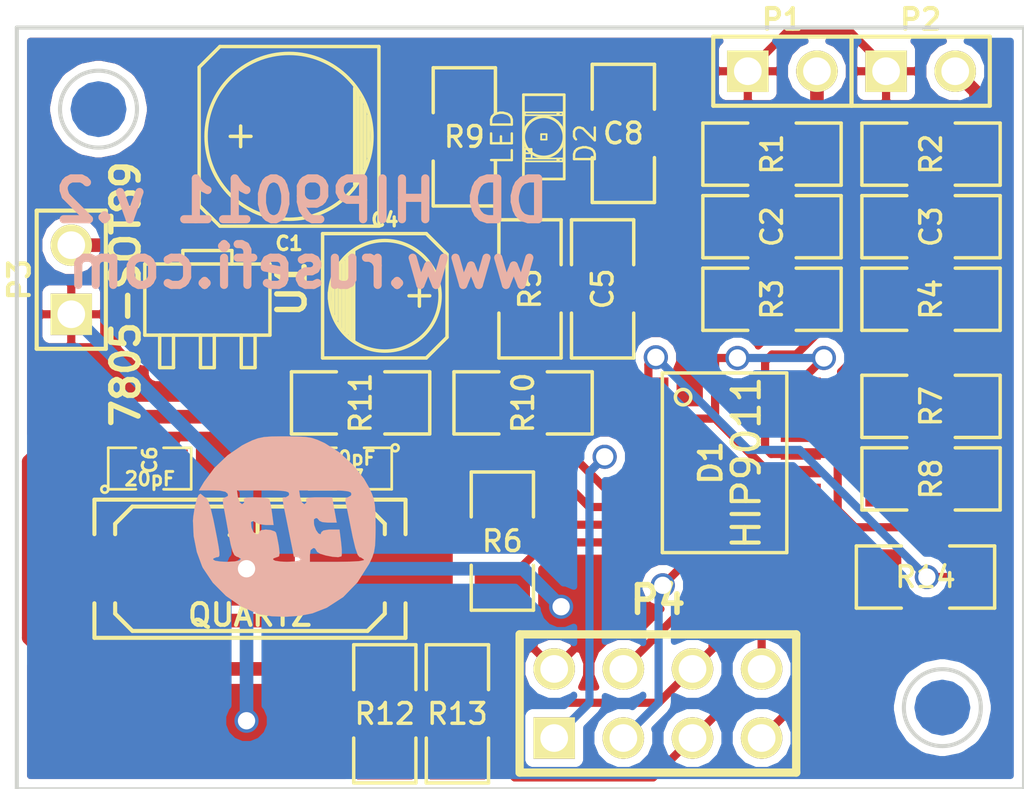
<source format=kicad_pcb>
(kicad_pcb (version 3) (host pcbnew "(2013-07-07 BZR 4022)-stable")

  (general
    (links 61)
    (no_connects 0)
    (area 66.5378 20.1438 120.571428 58.7)
    (thickness 1.6)
    (drawings 9)
    (tracks 180)
    (zones 0)
    (modules 31)
    (nets 24)
  )

  (page A3)
  (layers
    (15 F.Cu signal)
    (0 B.Cu signal)
    (16 B.Adhes user)
    (17 F.Adhes user)
    (18 B.Paste user)
    (19 F.Paste user)
    (20 B.SilkS user)
    (21 F.SilkS user)
    (22 B.Mask user)
    (23 F.Mask user)
    (24 Dwgs.User user hide)
    (25 Cmts.User user hide)
    (26 Eco1.User user hide)
    (27 Eco2.User user hide)
    (28 Edge.Cuts user hide)
  )

  (setup
    (last_trace_width 0.5)
    (trace_clearance 0.1)
    (zone_clearance 0.3)
    (zone_45_only no)
    (trace_min 0.254)
    (segment_width 0.2)
    (edge_width 0.15)
    (via_size 0.889)
    (via_drill 0.635)
    (via_min_size 0.889)
    (via_min_drill 0.508)
    (uvia_size 0.508)
    (uvia_drill 0.127)
    (uvias_allowed no)
    (uvia_min_size 0.508)
    (uvia_min_drill 0.127)
    (pcb_text_width 0.3)
    (pcb_text_size 1.5 1.5)
    (mod_edge_width 0.15)
    (mod_text_size 1.5 1.5)
    (mod_text_width 0.15)
    (pad_size 1.524 1.524)
    (pad_drill 0.762)
    (pad_to_mask_clearance 0.2)
    (aux_axis_origin 67 21)
    (visible_elements 7FFF7FFF)
    (pcbplotparams
      (layerselection 3178497)
      (usegerberextensions true)
      (excludeedgelayer true)
      (linewidth 0.100000)
      (plotframeref false)
      (viasonmask false)
      (mode 1)
      (useauxorigin false)
      (hpglpennumber 1)
      (hpglpenspeed 20)
      (hpglpendiameter 15)
      (hpglpenoverlay 2)
      (psnegative false)
      (psa4output false)
      (plotreference true)
      (plotvalue true)
      (plotothertext true)
      (plotinvisibletext false)
      (padsonsilk false)
      (subtractmaskfromsilk false)
      (outputformat 1)
      (mirror false)
      (drillshape 1)
      (scaleselection 1)
      (outputdirectory ""))
  )

  (net 0 "")
  (net 1 /+12V)
  (net 2 /+5V)
  (net 3 /CS)
  (net 4 /GND)
  (net 5 /INT/HLD)
  (net 6 /INTOUT)
  (net 7 /SCK)
  (net 8 /SI)
  (net 9 /SO)
  (net 10 /TEST)
  (net 11 N-0000011)
  (net 12 N-0000012)
  (net 13 N-0000015)
  (net 14 N-0000016)
  (net 15 N-0000017)
  (net 16 N-0000018)
  (net 17 N-0000019)
  (net 18 N-000002)
  (net 19 N-0000023)
  (net 20 N-0000024)
  (net 21 N-0000025)
  (net 22 N-000003)
  (net 23 N-000009)

  (net_class Default "Это класс цепей по умолчанию."
    (clearance 0.1)
    (trace_width 0.5)
    (via_dia 0.889)
    (via_drill 0.635)
    (uvia_dia 0.508)
    (uvia_drill 0.127)
    (add_net "")
    (add_net /+12V)
    (add_net /+5V)
    (add_net /CS)
    (add_net /GND)
    (add_net /INT/HLD)
    (add_net /INTOUT)
    (add_net /SCK)
    (add_net /SI)
    (add_net /SO)
    (add_net /TEST)
    (add_net N-0000011)
    (add_net N-0000012)
    (add_net N-0000015)
    (add_net N-0000016)
    (add_net N-0000017)
    (add_net N-0000018)
    (add_net N-0000019)
    (add_net N-000002)
    (add_net N-0000023)
    (add_net N-0000024)
    (add_net N-0000025)
    (add_net N-000003)
    (add_net N-000009)
  )

  (module tssop-20 (layer F.Cu) (tedit 50BDFA70) (tstamp 52A25F1D)
    (at 93 37 270)
    (descr TSSOP-20)
    (path /52928107)
    (attr smd)
    (fp_text reference D1 (at 0 0.508 270) (layer F.SilkS)
      (effects (font (size 0.8001 0.8001) (thickness 0.14986)))
    )
    (fp_text value HIP9011 (at 0 -0.8001 270) (layer F.SilkS)
      (effects (font (size 1.00076 1.00076) (thickness 0.14986)))
    )
    (fp_line (start 3.302 -2.286) (end -3.302 -2.286) (layer F.SilkS) (width 0.127))
    (fp_line (start -3.302 -2.286) (end -3.302 2.286) (layer F.SilkS) (width 0.127))
    (fp_line (start -3.302 2.286) (end 3.302 2.286) (layer F.SilkS) (width 0.127))
    (fp_line (start 3.302 2.286) (end 3.302 -2.286) (layer F.SilkS) (width 0.127))
    (fp_circle (center -2.413 1.524) (end -2.54 1.778) (layer F.SilkS) (width 0.127))
    (pad 5 smd rect (at -0.32512 2.79908 270) (size 0.4191 1.47066)
      (layers F.Cu F.Paste F.Mask)
    )
    (pad 6 smd rect (at 0.32512 2.79908 270) (size 0.4191 1.47066)
      (layers F.Cu F.Paste F.Mask)
    )
    (pad 7 smd rect (at 0.97536 2.79908 270) (size 0.4191 1.47066)
      (layers F.Cu F.Paste F.Mask)
      (net 5 /INT/HLD)
    )
    (pad 8 smd rect (at 1.6256 2.79908 270) (size 0.4191 1.47066)
      (layers F.Cu F.Paste F.Mask)
      (net 3 /CS)
    )
    (pad 19 smd rect (at -2.26568 -2.794 270) (size 0.4191 1.47066)
      (layers F.Cu F.Paste F.Mask)
      (net 21 N-0000025)
    )
    (pad 2 smd rect (at -2.27584 2.79908 270) (size 0.4191 1.47066)
      (layers F.Cu F.Paste F.Mask)
      (net 4 /GND)
    )
    (pad 3 smd rect (at -1.6256 2.79908 270) (size 0.4191 1.47066)
      (layers F.Cu F.Paste F.Mask)
      (net 23 N-000009)
    )
    (pad 4 smd rect (at -0.97536 2.79908 270) (size 0.4191 1.47066)
      (layers F.Cu F.Paste F.Mask)
      (net 6 /INTOUT)
    )
    (pad 12 smd rect (at 2.27584 -2.79908 270) (size 0.4191 1.47066)
      (layers F.Cu F.Paste F.Mask)
      (net 8 /SI)
    )
    (pad 13 smd rect (at 1.6256 -2.79908 270) (size 0.4191 1.47066)
      (layers F.Cu F.Paste F.Mask)
      (net 7 /SCK)
    )
    (pad 14 smd rect (at 0.97536 -2.79908 270) (size 0.4191 1.47066)
      (layers F.Cu F.Paste F.Mask)
      (net 10 /TEST)
    )
    (pad 15 smd rect (at 0.32512 -2.79908 270) (size 0.4191 1.47066)
      (layers F.Cu F.Paste F.Mask)
      (net 23 N-000009)
    )
    (pad 16 smd rect (at -0.32512 -2.79908 270) (size 0.4191 1.47066)
      (layers F.Cu F.Paste F.Mask)
      (net 15 N-0000017)
    )
    (pad 17 smd rect (at -0.97536 -2.79908 270) (size 0.4191 1.47066)
      (layers F.Cu F.Paste F.Mask)
      (net 19 N-0000023)
    )
    (pad 9 smd rect (at 2.27584 2.79908 270) (size 0.4191 1.47066)
      (layers F.Cu F.Paste F.Mask)
      (net 12 N-0000012)
    )
    (pad 18 smd rect (at -1.6256 -2.794 270) (size 0.4191 1.47066)
      (layers F.Cu F.Paste F.Mask)
      (net 20 N-0000024)
    )
    (pad 1 smd rect (at -2.92608 2.79908 270) (size 0.4191 1.47066)
      (layers F.Cu F.Paste F.Mask)
      (net 2 /+5V)
    )
    (pad 10 smd rect (at 2.92608 2.79908 270) (size 0.4191 1.47066)
      (layers F.Cu F.Paste F.Mask)
      (net 11 N-0000011)
    )
    (pad 11 smd rect (at 2.92608 -2.79908 270) (size 0.4191 1.47066)
      (layers F.Cu F.Paste F.Mask)
      (net 9 /SO)
    )
    (pad 20 smd rect (at -2.92608 -2.79908 270) (size 0.4191 1.47066)
      (layers F.Cu F.Paste F.Mask)
      (net 23 N-000009)
    )
    (model smd/smd_dil/tssop-20.wrl
      (at (xyz 0 0 0))
      (scale (xyz 1 1 1))
      (rotate (xyz 0 0 0))
    )
  )

  (module sot89 (layer F.Cu) (tedit 50BDE90B) (tstamp 52A25CF8)
    (at 74 31)
    (descr SOT89)
    (path /52A25C32)
    (attr smd)
    (fp_text reference U1 (at 3.0988 -0.39878 90) (layer F.SilkS)
      (effects (font (size 1.00076 1.00076) (thickness 0.20066)))
    )
    (fp_text value 7805-SOT89 (at -2.99974 -0.20066 90) (layer F.SilkS)
      (effects (font (size 1.00076 1.00076) (thickness 0.20066)))
    )
    (fp_line (start 1.2446 2.5019) (end 1.7526 2.5019) (layer F.SilkS) (width 0.127))
    (fp_line (start 1.7526 2.5019) (end 1.7526 1.3081) (layer F.SilkS) (width 0.127))
    (fp_line (start 1.2446 2.5019) (end 1.2446 1.3081) (layer F.SilkS) (width 0.127))
    (fp_line (start -0.254 2.5019) (end -0.254 1.3081) (layer F.SilkS) (width 0.127))
    (fp_line (start 0.254 2.5019) (end 0.254 1.3081) (layer F.SilkS) (width 0.127))
    (fp_line (start -0.254 2.5019) (end 0.254 2.5019) (layer F.SilkS) (width 0.127))
    (fp_line (start -1.7526 2.5019) (end -1.2446 2.5019) (layer F.SilkS) (width 0.127))
    (fp_line (start -1.2446 2.5019) (end -1.2446 1.3081) (layer F.SilkS) (width 0.127))
    (fp_line (start -1.7526 2.5019) (end -1.7526 1.3081) (layer F.SilkS) (width 0.127))
    (fp_line (start -0.9017 -1.8034) (end 0.9017 -1.8034) (layer F.SilkS) (width 0.127))
    (fp_line (start 0.9017 -1.8034) (end 0.9017 -1.3081) (layer F.SilkS) (width 0.127))
    (fp_line (start -0.9017 -1.8034) (end -0.9017 -1.3081) (layer F.SilkS) (width 0.127))
    (fp_line (start -2.2987 1.3081) (end -2.2987 -1.3081) (layer F.SilkS) (width 0.127))
    (fp_line (start -2.2987 -1.3081) (end 2.2987 -1.3081) (layer F.SilkS) (width 0.127))
    (fp_line (start 2.2987 -1.3081) (end 2.2987 1.3081) (layer F.SilkS) (width 0.127))
    (fp_line (start 2.2987 1.3081) (end -2.2987 1.3081) (layer F.SilkS) (width 0.127))
    (pad 1 smd rect (at -1.50114 1.89992) (size 0.70104 1.6002)
      (layers F.Cu F.Paste F.Mask)
      (net 1 /+12V)
    )
    (pad 2 smd rect (at 0 1.651) (size 0.70104 2.10058)
      (layers F.Cu F.Paste F.Mask)
      (net 4 /GND)
    )
    (pad 3 smd rect (at 1.50114 1.89992) (size 0.70104 1.6002)
      (layers F.Cu F.Paste F.Mask)
      (net 22 N-000003)
    )
    (pad 2 smd rect (at 0 -0.7493) (size 1.99898 2.75082)
      (layers F.Cu F.Paste F.Mask)
      (net 4 /GND)
    )
    (model smd/smd_transistors/sot89.wrl
      (at (xyz 0 0 0))
      (scale (xyz 1 1 1))
      (rotate (xyz 0 0 0))
    )
  )

  (module SM1206 (layer F.Cu) (tedit 42806E24) (tstamp 52A25D04)
    (at 100.3808 41.1988 180)
    (path /52A255FD)
    (attr smd)
    (fp_text reference R14 (at 0 0 180) (layer F.SilkS)
      (effects (font (size 0.762 0.762) (thickness 0.127)))
    )
    (fp_text value 1K (at 0 0 180) (layer F.SilkS) hide
      (effects (font (size 0.762 0.762) (thickness 0.127)))
    )
    (fp_line (start -2.54 -1.143) (end -2.54 1.143) (layer F.SilkS) (width 0.127))
    (fp_line (start -2.54 1.143) (end -0.889 1.143) (layer F.SilkS) (width 0.127))
    (fp_line (start 0.889 -1.143) (end 2.54 -1.143) (layer F.SilkS) (width 0.127))
    (fp_line (start 2.54 -1.143) (end 2.54 1.143) (layer F.SilkS) (width 0.127))
    (fp_line (start 2.54 1.143) (end 0.889 1.143) (layer F.SilkS) (width 0.127))
    (fp_line (start -0.889 -1.143) (end -2.54 -1.143) (layer F.SilkS) (width 0.127))
    (pad 1 smd rect (at -1.651 0 180) (size 1.524 2.032)
      (layers F.Cu F.Paste F.Mask)
      (net 2 /+5V)
    )
    (pad 2 smd rect (at 1.651 0 180) (size 1.524 2.032)
      (layers F.Cu F.Paste F.Mask)
      (net 8 /SI)
    )
    (model smd/chip_cms.wrl
      (at (xyz 0 0 0))
      (scale (xyz 0.17 0.16 0.16))
      (rotate (xyz 0 0 0))
    )
  )

  (module SM1206 (layer F.Cu) (tedit 52A2A9E9) (tstamp 52A25D10)
    (at 80.518 46.228 270)
    (path /52A255DF)
    (attr smd)
    (fp_text reference R12 (at 0 0 360) (layer F.SilkS)
      (effects (font (size 0.762 0.762) (thickness 0.127)))
    )
    (fp_text value 1K (at 0 0 270) (layer F.SilkS) hide
      (effects (font (size 0.762 0.762) (thickness 0.127)))
    )
    (fp_line (start -2.54 -1.143) (end -2.54 1.143) (layer F.SilkS) (width 0.127))
    (fp_line (start -2.54 1.143) (end -0.889 1.143) (layer F.SilkS) (width 0.127))
    (fp_line (start 0.889 -1.143) (end 2.54 -1.143) (layer F.SilkS) (width 0.127))
    (fp_line (start 2.54 -1.143) (end 2.54 1.143) (layer F.SilkS) (width 0.127))
    (fp_line (start 2.54 1.143) (end 0.889 1.143) (layer F.SilkS) (width 0.127))
    (fp_line (start -0.889 -1.143) (end -2.54 -1.143) (layer F.SilkS) (width 0.127))
    (pad 1 smd rect (at -1.651 0 270) (size 1.524 2.032)
      (layers F.Cu F.Paste F.Mask)
      (net 2 /+5V)
    )
    (pad 2 smd rect (at 1.651 0 270) (size 1.524 2.032)
      (layers F.Cu F.Paste F.Mask)
      (net 10 /TEST)
    )
    (model smd/chip_cms.wrl
      (at (xyz 0 0 0))
      (scale (xyz 0.17 0.16 0.16))
      (rotate (xyz 0 0 0))
    )
  )

  (module SM1206 (layer F.Cu) (tedit 52A2A9D2) (tstamp 52A25D1C)
    (at 79.629 34.798)
    (path /52A255D0)
    (attr smd)
    (fp_text reference R11 (at 0 0 90) (layer F.SilkS)
      (effects (font (size 0.762 0.762) (thickness 0.127)))
    )
    (fp_text value 1K (at 0 0) (layer F.SilkS) hide
      (effects (font (size 0.762 0.762) (thickness 0.127)))
    )
    (fp_line (start -2.54 -1.143) (end -2.54 1.143) (layer F.SilkS) (width 0.127))
    (fp_line (start -2.54 1.143) (end -0.889 1.143) (layer F.SilkS) (width 0.127))
    (fp_line (start 0.889 -1.143) (end 2.54 -1.143) (layer F.SilkS) (width 0.127))
    (fp_line (start 2.54 -1.143) (end 2.54 1.143) (layer F.SilkS) (width 0.127))
    (fp_line (start 2.54 1.143) (end 0.889 1.143) (layer F.SilkS) (width 0.127))
    (fp_line (start -0.889 -1.143) (end -2.54 -1.143) (layer F.SilkS) (width 0.127))
    (pad 1 smd rect (at -1.651 0) (size 1.524 2.032)
      (layers F.Cu F.Paste F.Mask)
      (net 2 /+5V)
    )
    (pad 2 smd rect (at 1.651 0) (size 1.524 2.032)
      (layers F.Cu F.Paste F.Mask)
      (net 3 /CS)
    )
    (model smd/chip_cms.wrl
      (at (xyz 0 0 0))
      (scale (xyz 0.17 0.16 0.16))
      (rotate (xyz 0 0 0))
    )
  )

  (module SM1206 (layer F.Cu) (tedit 52A2A9D3) (tstamp 52A25D28)
    (at 85.598 34.798)
    (path /52A255C1)
    (attr smd)
    (fp_text reference R10 (at 0 0 90) (layer F.SilkS)
      (effects (font (size 0.762 0.762) (thickness 0.127)))
    )
    (fp_text value 1K (at 0 0) (layer F.SilkS) hide
      (effects (font (size 0.762 0.762) (thickness 0.127)))
    )
    (fp_line (start -2.54 -1.143) (end -2.54 1.143) (layer F.SilkS) (width 0.127))
    (fp_line (start -2.54 1.143) (end -0.889 1.143) (layer F.SilkS) (width 0.127))
    (fp_line (start 0.889 -1.143) (end 2.54 -1.143) (layer F.SilkS) (width 0.127))
    (fp_line (start 2.54 -1.143) (end 2.54 1.143) (layer F.SilkS) (width 0.127))
    (fp_line (start 2.54 1.143) (end 0.889 1.143) (layer F.SilkS) (width 0.127))
    (fp_line (start -0.889 -1.143) (end -2.54 -1.143) (layer F.SilkS) (width 0.127))
    (pad 1 smd rect (at -1.651 0) (size 1.524 2.032)
      (layers F.Cu F.Paste F.Mask)
      (net 2 /+5V)
    )
    (pad 2 smd rect (at 1.651 0) (size 1.524 2.032)
      (layers F.Cu F.Paste F.Mask)
      (net 5 /INT/HLD)
    )
    (model smd/chip_cms.wrl
      (at (xyz 0 0 0))
      (scale (xyz 0.17 0.16 0.16))
      (rotate (xyz 0 0 0))
    )
  )

  (module SM1206 (layer F.Cu) (tedit 52A2A9B2) (tstamp 52A25D34)
    (at 83.439 25.019 270)
    (path /529A4063)
    (attr smd)
    (fp_text reference R9 (at 0 0 360) (layer F.SilkS)
      (effects (font (size 0.762 0.762) (thickness 0.127)))
    )
    (fp_text value 470R (at 0 0 270) (layer F.SilkS) hide
      (effects (font (size 0.762 0.762) (thickness 0.127)))
    )
    (fp_line (start -2.54 -1.143) (end -2.54 1.143) (layer F.SilkS) (width 0.127))
    (fp_line (start -2.54 1.143) (end -0.889 1.143) (layer F.SilkS) (width 0.127))
    (fp_line (start 0.889 -1.143) (end 2.54 -1.143) (layer F.SilkS) (width 0.127))
    (fp_line (start 2.54 -1.143) (end 2.54 1.143) (layer F.SilkS) (width 0.127))
    (fp_line (start 2.54 1.143) (end 0.889 1.143) (layer F.SilkS) (width 0.127))
    (fp_line (start -0.889 -1.143) (end -2.54 -1.143) (layer F.SilkS) (width 0.127))
    (pad 1 smd rect (at -1.651 0 270) (size 1.524 2.032)
      (layers F.Cu F.Paste F.Mask)
      (net 18 N-000002)
    )
    (pad 2 smd rect (at 1.651 0 270) (size 1.524 2.032)
      (layers F.Cu F.Paste F.Mask)
      (net 22 N-000003)
    )
    (model smd/chip_cms.wrl
      (at (xyz 0 0 0))
      (scale (xyz 0.17 0.16 0.16))
      (rotate (xyz 0 0 0))
    )
  )

  (module SM1206 (layer F.Cu) (tedit 52A2A9EA) (tstamp 52A25D40)
    (at 83.185 46.228 270)
    (path /52A255EE)
    (attr smd)
    (fp_text reference R13 (at 0 0 360) (layer F.SilkS)
      (effects (font (size 0.762 0.762) (thickness 0.127)))
    )
    (fp_text value 1K (at 0 0 270) (layer F.SilkS) hide
      (effects (font (size 0.762 0.762) (thickness 0.127)))
    )
    (fp_line (start -2.54 -1.143) (end -2.54 1.143) (layer F.SilkS) (width 0.127))
    (fp_line (start -2.54 1.143) (end -0.889 1.143) (layer F.SilkS) (width 0.127))
    (fp_line (start 0.889 -1.143) (end 2.54 -1.143) (layer F.SilkS) (width 0.127))
    (fp_line (start 2.54 -1.143) (end 2.54 1.143) (layer F.SilkS) (width 0.127))
    (fp_line (start 2.54 1.143) (end 0.889 1.143) (layer F.SilkS) (width 0.127))
    (fp_line (start -0.889 -1.143) (end -2.54 -1.143) (layer F.SilkS) (width 0.127))
    (pad 1 smd rect (at -1.651 0 270) (size 1.524 2.032)
      (layers F.Cu F.Paste F.Mask)
      (net 2 /+5V)
    )
    (pad 2 smd rect (at 1.651 0 270) (size 1.524 2.032)
      (layers F.Cu F.Paste F.Mask)
      (net 7 /SCK)
    )
    (model smd/chip_cms.wrl
      (at (xyz 0 0 0))
      (scale (xyz 0.17 0.16 0.16))
      (rotate (xyz 0 0 0))
    )
  )

  (module SM1206 (layer F.Cu) (tedit 42806E24) (tstamp 52A25D4C)
    (at 85.852 30.607 270)
    (path /52929D7A)
    (attr smd)
    (fp_text reference R5 (at 0 0 270) (layer F.SilkS)
      (effects (font (size 0.762 0.762) (thickness 0.127)))
    )
    (fp_text value 10R (at 0 0 270) (layer F.SilkS) hide
      (effects (font (size 0.762 0.762) (thickness 0.127)))
    )
    (fp_line (start -2.54 -1.143) (end -2.54 1.143) (layer F.SilkS) (width 0.127))
    (fp_line (start -2.54 1.143) (end -0.889 1.143) (layer F.SilkS) (width 0.127))
    (fp_line (start 0.889 -1.143) (end 2.54 -1.143) (layer F.SilkS) (width 0.127))
    (fp_line (start 2.54 -1.143) (end 2.54 1.143) (layer F.SilkS) (width 0.127))
    (fp_line (start 2.54 1.143) (end 0.889 1.143) (layer F.SilkS) (width 0.127))
    (fp_line (start -0.889 -1.143) (end -2.54 -1.143) (layer F.SilkS) (width 0.127))
    (pad 1 smd rect (at -1.651 0 270) (size 1.524 2.032)
      (layers F.Cu F.Paste F.Mask)
      (net 22 N-000003)
    )
    (pad 2 smd rect (at 1.651 0 270) (size 1.524 2.032)
      (layers F.Cu F.Paste F.Mask)
      (net 2 /+5V)
    )
    (model smd/chip_cms.wrl
      (at (xyz 0 0 0))
      (scale (xyz 0.17 0.16 0.16))
      (rotate (xyz 0 0 0))
    )
  )

  (module SM1206 (layer F.Cu) (tedit 52A2A9B5) (tstamp 52A25D58)
    (at 89.281 24.892 90)
    (path /529299B0)
    (attr smd)
    (fp_text reference C8 (at 0 0 180) (layer F.SilkS)
      (effects (font (size 0.762 0.762) (thickness 0.127)))
    )
    (fp_text value 22n (at 0 0 90) (layer F.SilkS) hide
      (effects (font (size 0.762 0.762) (thickness 0.127)))
    )
    (fp_line (start -2.54 -1.143) (end -2.54 1.143) (layer F.SilkS) (width 0.127))
    (fp_line (start -2.54 1.143) (end -0.889 1.143) (layer F.SilkS) (width 0.127))
    (fp_line (start 0.889 -1.143) (end 2.54 -1.143) (layer F.SilkS) (width 0.127))
    (fp_line (start 2.54 -1.143) (end 2.54 1.143) (layer F.SilkS) (width 0.127))
    (fp_line (start 2.54 1.143) (end 0.889 1.143) (layer F.SilkS) (width 0.127))
    (fp_line (start -0.889 -1.143) (end -2.54 -1.143) (layer F.SilkS) (width 0.127))
    (pad 1 smd rect (at -1.651 0 90) (size 1.524 2.032)
      (layers F.Cu F.Paste F.Mask)
      (net 23 N-000009)
    )
    (pad 2 smd rect (at 1.651 0 90) (size 1.524 2.032)
      (layers F.Cu F.Paste F.Mask)
      (net 4 /GND)
    )
    (model smd/chip_cms.wrl
      (at (xyz 0 0 0))
      (scale (xyz 0.17 0.16 0.16))
      (rotate (xyz 0 0 0))
    )
  )

  (module SM1206 (layer F.Cu) (tedit 52A2A9D4) (tstamp 52A25D64)
    (at 84.836 39.878 90)
    (path /52928EAF)
    (attr smd)
    (fp_text reference R6 (at 0 0 180) (layer F.SilkS)
      (effects (font (size 0.762 0.762) (thickness 0.127)))
    )
    (fp_text value 1M (at 0 0 90) (layer F.SilkS) hide
      (effects (font (size 0.762 0.762) (thickness 0.127)))
    )
    (fp_line (start -2.54 -1.143) (end -2.54 1.143) (layer F.SilkS) (width 0.127))
    (fp_line (start -2.54 1.143) (end -0.889 1.143) (layer F.SilkS) (width 0.127))
    (fp_line (start 0.889 -1.143) (end 2.54 -1.143) (layer F.SilkS) (width 0.127))
    (fp_line (start 2.54 -1.143) (end 2.54 1.143) (layer F.SilkS) (width 0.127))
    (fp_line (start 2.54 1.143) (end 0.889 1.143) (layer F.SilkS) (width 0.127))
    (fp_line (start -0.889 -1.143) (end -2.54 -1.143) (layer F.SilkS) (width 0.127))
    (pad 1 smd rect (at -1.651 0 90) (size 1.524 2.032)
      (layers F.Cu F.Paste F.Mask)
      (net 11 N-0000011)
    )
    (pad 2 smd rect (at 1.651 0 90) (size 1.524 2.032)
      (layers F.Cu F.Paste F.Mask)
      (net 12 N-0000012)
    )
    (model smd/chip_cms.wrl
      (at (xyz 0 0 0))
      (scale (xyz 0.17 0.16 0.16))
      (rotate (xyz 0 0 0))
    )
  )

  (module SM1206 (layer F.Cu) (tedit 42806E24) (tstamp 52A25D70)
    (at 88.519 30.607 90)
    (path /52928976)
    (attr smd)
    (fp_text reference C5 (at 0 0 90) (layer F.SilkS)
      (effects (font (size 0.762 0.762) (thickness 0.127)))
    )
    (fp_text value 100n (at 0 0 90) (layer F.SilkS) hide
      (effects (font (size 0.762 0.762) (thickness 0.127)))
    )
    (fp_line (start -2.54 -1.143) (end -2.54 1.143) (layer F.SilkS) (width 0.127))
    (fp_line (start -2.54 1.143) (end -0.889 1.143) (layer F.SilkS) (width 0.127))
    (fp_line (start 0.889 -1.143) (end 2.54 -1.143) (layer F.SilkS) (width 0.127))
    (fp_line (start 2.54 -1.143) (end 2.54 1.143) (layer F.SilkS) (width 0.127))
    (fp_line (start 2.54 1.143) (end 0.889 1.143) (layer F.SilkS) (width 0.127))
    (fp_line (start -0.889 -1.143) (end -2.54 -1.143) (layer F.SilkS) (width 0.127))
    (pad 1 smd rect (at -1.651 0 90) (size 1.524 2.032)
      (layers F.Cu F.Paste F.Mask)
      (net 2 /+5V)
    )
    (pad 2 smd rect (at 1.651 0 90) (size 1.524 2.032)
      (layers F.Cu F.Paste F.Mask)
      (net 4 /GND)
    )
    (model smd/chip_cms.wrl
      (at (xyz 0 0 0))
      (scale (xyz 0.17 0.16 0.16))
      (rotate (xyz 0 0 0))
    )
  )

  (module SM1206 (layer F.Cu) (tedit 52A2A9CA) (tstamp 52A25D7C)
    (at 100.584 37.592)
    (path /52928885)
    (attr smd)
    (fp_text reference R8 (at 0 0 90) (layer F.SilkS)
      (effects (font (size 0.762 0.762) (thickness 0.127)))
    )
    (fp_text value 68k (at 0 0) (layer F.SilkS) hide
      (effects (font (size 0.762 0.762) (thickness 0.127)))
    )
    (fp_line (start -2.54 -1.143) (end -2.54 1.143) (layer F.SilkS) (width 0.127))
    (fp_line (start -2.54 1.143) (end -0.889 1.143) (layer F.SilkS) (width 0.127))
    (fp_line (start 0.889 -1.143) (end 2.54 -1.143) (layer F.SilkS) (width 0.127))
    (fp_line (start 2.54 -1.143) (end 2.54 1.143) (layer F.SilkS) (width 0.127))
    (fp_line (start 2.54 1.143) (end 0.889 1.143) (layer F.SilkS) (width 0.127))
    (fp_line (start -0.889 -1.143) (end -2.54 -1.143) (layer F.SilkS) (width 0.127))
    (pad 1 smd rect (at -1.651 0) (size 1.524 2.032)
      (layers F.Cu F.Paste F.Mask)
      (net 19 N-0000023)
    )
    (pad 2 smd rect (at 1.651 0) (size 1.524 2.032)
      (layers F.Cu F.Paste F.Mask)
      (net 15 N-0000017)
    )
    (model smd/chip_cms.wrl
      (at (xyz 0 0 0))
      (scale (xyz 0.17 0.16 0.16))
      (rotate (xyz 0 0 0))
    )
  )

  (module SM1206 (layer F.Cu) (tedit 52A2A9C2) (tstamp 52A25D88)
    (at 100.584 34.925)
    (path /52928876)
    (attr smd)
    (fp_text reference R7 (at 0 0 90) (layer F.SilkS)
      (effects (font (size 0.762 0.762) (thickness 0.127)))
    )
    (fp_text value 68k (at 0 0) (layer F.SilkS) hide
      (effects (font (size 0.762 0.762) (thickness 0.127)))
    )
    (fp_line (start -2.54 -1.143) (end -2.54 1.143) (layer F.SilkS) (width 0.127))
    (fp_line (start -2.54 1.143) (end -0.889 1.143) (layer F.SilkS) (width 0.127))
    (fp_line (start 0.889 -1.143) (end 2.54 -1.143) (layer F.SilkS) (width 0.127))
    (fp_line (start 2.54 -1.143) (end 2.54 1.143) (layer F.SilkS) (width 0.127))
    (fp_line (start 2.54 1.143) (end 0.889 1.143) (layer F.SilkS) (width 0.127))
    (fp_line (start -0.889 -1.143) (end -2.54 -1.143) (layer F.SilkS) (width 0.127))
    (pad 1 smd rect (at -1.651 0) (size 1.524 2.032)
      (layers F.Cu F.Paste F.Mask)
      (net 20 N-0000024)
    )
    (pad 2 smd rect (at 1.651 0) (size 1.524 2.032)
      (layers F.Cu F.Paste F.Mask)
      (net 21 N-0000025)
    )
    (model smd/chip_cms.wrl
      (at (xyz 0 0 0))
      (scale (xyz 0.17 0.16 0.16))
      (rotate (xyz 0 0 0))
    )
  )

  (module SM1206 (layer F.Cu) (tedit 52A2A9BD) (tstamp 52A25D94)
    (at 100.584 30.988)
    (path /52928858)
    (attr smd)
    (fp_text reference R4 (at 0 0 90) (layer F.SilkS)
      (effects (font (size 0.762 0.762) (thickness 0.127)))
    )
    (fp_text value 10k (at 0 0) (layer F.SilkS) hide
      (effects (font (size 0.762 0.762) (thickness 0.127)))
    )
    (fp_line (start -2.54 -1.143) (end -2.54 1.143) (layer F.SilkS) (width 0.127))
    (fp_line (start -2.54 1.143) (end -0.889 1.143) (layer F.SilkS) (width 0.127))
    (fp_line (start 0.889 -1.143) (end 2.54 -1.143) (layer F.SilkS) (width 0.127))
    (fp_line (start 2.54 -1.143) (end 2.54 1.143) (layer F.SilkS) (width 0.127))
    (fp_line (start 2.54 1.143) (end 0.889 1.143) (layer F.SilkS) (width 0.127))
    (fp_line (start -0.889 -1.143) (end -2.54 -1.143) (layer F.SilkS) (width 0.127))
    (pad 1 smd rect (at -1.651 0) (size 1.524 2.032)
      (layers F.Cu F.Paste F.Mask)
      (net 16 N-0000018)
    )
    (pad 2 smd rect (at 1.651 0) (size 1.524 2.032)
      (layers F.Cu F.Paste F.Mask)
      (net 21 N-0000025)
    )
    (model smd/chip_cms.wrl
      (at (xyz 0 0 0))
      (scale (xyz 0.17 0.16 0.16))
      (rotate (xyz 0 0 0))
    )
  )

  (module SM1206 (layer F.Cu) (tedit 52A2A9BC) (tstamp 52A25DA0)
    (at 94.742 30.988)
    (path /52928849)
    (attr smd)
    (fp_text reference R3 (at 0 0 90) (layer F.SilkS)
      (effects (font (size 0.762 0.762) (thickness 0.127)))
    )
    (fp_text value 10k (at 0 0) (layer F.SilkS) hide
      (effects (font (size 0.762 0.762) (thickness 0.127)))
    )
    (fp_line (start -2.54 -1.143) (end -2.54 1.143) (layer F.SilkS) (width 0.127))
    (fp_line (start -2.54 1.143) (end -0.889 1.143) (layer F.SilkS) (width 0.127))
    (fp_line (start 0.889 -1.143) (end 2.54 -1.143) (layer F.SilkS) (width 0.127))
    (fp_line (start 2.54 -1.143) (end 2.54 1.143) (layer F.SilkS) (width 0.127))
    (fp_line (start 2.54 1.143) (end 0.889 1.143) (layer F.SilkS) (width 0.127))
    (fp_line (start -0.889 -1.143) (end -2.54 -1.143) (layer F.SilkS) (width 0.127))
    (pad 1 smd rect (at -1.651 0) (size 1.524 2.032)
      (layers F.Cu F.Paste F.Mask)
      (net 17 N-0000019)
    )
    (pad 2 smd rect (at 1.651 0) (size 1.524 2.032)
      (layers F.Cu F.Paste F.Mask)
      (net 15 N-0000017)
    )
    (model smd/chip_cms.wrl
      (at (xyz 0 0 0))
      (scale (xyz 0.17 0.16 0.16))
      (rotate (xyz 0 0 0))
    )
  )

  (module SM1206 (layer F.Cu) (tedit 52A2A9BE) (tstamp 52A25DAC)
    (at 100.584 28.321 180)
    (path /52928818)
    (attr smd)
    (fp_text reference C3 (at 0 0 270) (layer F.SilkS)
      (effects (font (size 0.762 0.762) (thickness 0.127)))
    )
    (fp_text value 47n (at 0 0 180) (layer F.SilkS) hide
      (effects (font (size 0.762 0.762) (thickness 0.127)))
    )
    (fp_line (start -2.54 -1.143) (end -2.54 1.143) (layer F.SilkS) (width 0.127))
    (fp_line (start -2.54 1.143) (end -0.889 1.143) (layer F.SilkS) (width 0.127))
    (fp_line (start 0.889 -1.143) (end 2.54 -1.143) (layer F.SilkS) (width 0.127))
    (fp_line (start 2.54 -1.143) (end 2.54 1.143) (layer F.SilkS) (width 0.127))
    (fp_line (start 2.54 1.143) (end 0.889 1.143) (layer F.SilkS) (width 0.127))
    (fp_line (start -0.889 -1.143) (end -2.54 -1.143) (layer F.SilkS) (width 0.127))
    (pad 1 smd rect (at -1.651 0 180) (size 1.524 2.032)
      (layers F.Cu F.Paste F.Mask)
      (net 14 N-0000016)
    )
    (pad 2 smd rect (at 1.651 0 180) (size 1.524 2.032)
      (layers F.Cu F.Paste F.Mask)
      (net 16 N-0000018)
    )
    (model smd/chip_cms.wrl
      (at (xyz 0 0 0))
      (scale (xyz 0.17 0.16 0.16))
      (rotate (xyz 0 0 0))
    )
  )

  (module SM1206 (layer F.Cu) (tedit 52A2A9BE) (tstamp 52A25DB8)
    (at 100.584 25.654 180)
    (path /529287C2)
    (attr smd)
    (fp_text reference R2 (at 0 0 270) (layer F.SilkS)
      (effects (font (size 0.762 0.762) (thickness 0.127)))
    )
    (fp_text value 1M (at 0 0 180) (layer F.SilkS) hide
      (effects (font (size 0.762 0.762) (thickness 0.127)))
    )
    (fp_line (start -2.54 -1.143) (end -2.54 1.143) (layer F.SilkS) (width 0.127))
    (fp_line (start -2.54 1.143) (end -0.889 1.143) (layer F.SilkS) (width 0.127))
    (fp_line (start 0.889 -1.143) (end 2.54 -1.143) (layer F.SilkS) (width 0.127))
    (fp_line (start 2.54 -1.143) (end 2.54 1.143) (layer F.SilkS) (width 0.127))
    (fp_line (start 2.54 1.143) (end 0.889 1.143) (layer F.SilkS) (width 0.127))
    (fp_line (start -0.889 -1.143) (end -2.54 -1.143) (layer F.SilkS) (width 0.127))
    (pad 1 smd rect (at -1.651 0 180) (size 1.524 2.032)
      (layers F.Cu F.Paste F.Mask)
      (net 14 N-0000016)
    )
    (pad 2 smd rect (at 1.651 0 180) (size 1.524 2.032)
      (layers F.Cu F.Paste F.Mask)
      (net 4 /GND)
    )
    (model smd/chip_cms.wrl
      (at (xyz 0 0 0))
      (scale (xyz 0.17 0.16 0.16))
      (rotate (xyz 0 0 0))
    )
  )

  (module SM1206 (layer F.Cu) (tedit 52A2A9B9) (tstamp 52A25DC4)
    (at 94.742 25.654 180)
    (path /529286D6)
    (attr smd)
    (fp_text reference R1 (at 0 0 270) (layer F.SilkS)
      (effects (font (size 0.762 0.762) (thickness 0.127)))
    )
    (fp_text value 1M (at 0 0 180) (layer F.SilkS) hide
      (effects (font (size 0.762 0.762) (thickness 0.127)))
    )
    (fp_line (start -2.54 -1.143) (end -2.54 1.143) (layer F.SilkS) (width 0.127))
    (fp_line (start -2.54 1.143) (end -0.889 1.143) (layer F.SilkS) (width 0.127))
    (fp_line (start 0.889 -1.143) (end 2.54 -1.143) (layer F.SilkS) (width 0.127))
    (fp_line (start 2.54 -1.143) (end 2.54 1.143) (layer F.SilkS) (width 0.127))
    (fp_line (start 2.54 1.143) (end 0.889 1.143) (layer F.SilkS) (width 0.127))
    (fp_line (start -0.889 -1.143) (end -2.54 -1.143) (layer F.SilkS) (width 0.127))
    (pad 1 smd rect (at -1.651 0 180) (size 1.524 2.032)
      (layers F.Cu F.Paste F.Mask)
      (net 13 N-0000015)
    )
    (pad 2 smd rect (at 1.651 0 180) (size 1.524 2.032)
      (layers F.Cu F.Paste F.Mask)
      (net 4 /GND)
    )
    (model smd/chip_cms.wrl
      (at (xyz 0 0 0))
      (scale (xyz 0.17 0.16 0.16))
      (rotate (xyz 0 0 0))
    )
  )

  (module SM1206 (layer F.Cu) (tedit 52A2A9BB) (tstamp 52A25DD0)
    (at 94.742 28.321 180)
    (path /529286C7)
    (attr smd)
    (fp_text reference C2 (at 0 0 270) (layer F.SilkS)
      (effects (font (size 0.762 0.762) (thickness 0.127)))
    )
    (fp_text value 47n (at 0 0 180) (layer F.SilkS) hide
      (effects (font (size 0.762 0.762) (thickness 0.127)))
    )
    (fp_line (start -2.54 -1.143) (end -2.54 1.143) (layer F.SilkS) (width 0.127))
    (fp_line (start -2.54 1.143) (end -0.889 1.143) (layer F.SilkS) (width 0.127))
    (fp_line (start 0.889 -1.143) (end 2.54 -1.143) (layer F.SilkS) (width 0.127))
    (fp_line (start 2.54 -1.143) (end 2.54 1.143) (layer F.SilkS) (width 0.127))
    (fp_line (start 2.54 1.143) (end 0.889 1.143) (layer F.SilkS) (width 0.127))
    (fp_line (start -0.889 -1.143) (end -2.54 -1.143) (layer F.SilkS) (width 0.127))
    (pad 1 smd rect (at -1.651 0 180) (size 1.524 2.032)
      (layers F.Cu F.Paste F.Mask)
      (net 13 N-0000015)
    )
    (pad 2 smd rect (at 1.651 0 180) (size 1.524 2.032)
      (layers F.Cu F.Paste F.Mask)
      (net 17 N-0000019)
    )
    (model smd/chip_cms.wrl
      (at (xyz 0 0 0))
      (scale (xyz 0.17 0.16 0.16))
      (rotate (xyz 0 0 0))
    )
  )

  (module SM0805 (layer F.Cu) (tedit 52A2A9D0) (tstamp 52A25DDD)
    (at 71.882 37.211)
    (path /52928F04)
    (attr smd)
    (fp_text reference C6 (at 0 -0.3175 90) (layer F.SilkS)
      (effects (font (size 0.50038 0.50038) (thickness 0.10922)))
    )
    (fp_text value 20pF (at 0 0.381) (layer F.SilkS)
      (effects (font (size 0.50038 0.50038) (thickness 0.10922)))
    )
    (fp_circle (center -1.651 0.762) (end -1.651 0.635) (layer F.SilkS) (width 0.09906))
    (fp_line (start -0.508 0.762) (end -1.524 0.762) (layer F.SilkS) (width 0.09906))
    (fp_line (start -1.524 0.762) (end -1.524 -0.762) (layer F.SilkS) (width 0.09906))
    (fp_line (start -1.524 -0.762) (end -0.508 -0.762) (layer F.SilkS) (width 0.09906))
    (fp_line (start 0.508 -0.762) (end 1.524 -0.762) (layer F.SilkS) (width 0.09906))
    (fp_line (start 1.524 -0.762) (end 1.524 0.762) (layer F.SilkS) (width 0.09906))
    (fp_line (start 1.524 0.762) (end 0.508 0.762) (layer F.SilkS) (width 0.09906))
    (pad 1 smd rect (at -0.9525 0) (size 0.889 1.397)
      (layers F.Cu F.Paste F.Mask)
      (net 11 N-0000011)
    )
    (pad 2 smd rect (at 0.9525 0) (size 0.889 1.397)
      (layers F.Cu F.Paste F.Mask)
      (net 4 /GND)
    )
    (model smd/chip_cms.wrl
      (at (xyz 0 0 0))
      (scale (xyz 0.1 0.1 0.1))
      (rotate (xyz 0 0 0))
    )
  )

  (module SM0805 (layer F.Cu) (tedit 5091495C) (tstamp 52A25DEA)
    (at 79.248 37.211 180)
    (path /52928F18)
    (attr smd)
    (fp_text reference C7 (at 0 -0.3175 180) (layer F.SilkS)
      (effects (font (size 0.50038 0.50038) (thickness 0.10922)))
    )
    (fp_text value 20pF (at 0 0.381 180) (layer F.SilkS)
      (effects (font (size 0.50038 0.50038) (thickness 0.10922)))
    )
    (fp_circle (center -1.651 0.762) (end -1.651 0.635) (layer F.SilkS) (width 0.09906))
    (fp_line (start -0.508 0.762) (end -1.524 0.762) (layer F.SilkS) (width 0.09906))
    (fp_line (start -1.524 0.762) (end -1.524 -0.762) (layer F.SilkS) (width 0.09906))
    (fp_line (start -1.524 -0.762) (end -0.508 -0.762) (layer F.SilkS) (width 0.09906))
    (fp_line (start 0.508 -0.762) (end 1.524 -0.762) (layer F.SilkS) (width 0.09906))
    (fp_line (start 1.524 -0.762) (end 1.524 0.762) (layer F.SilkS) (width 0.09906))
    (fp_line (start 1.524 0.762) (end 0.508 0.762) (layer F.SilkS) (width 0.09906))
    (pad 1 smd rect (at -0.9525 0 180) (size 0.889 1.397)
      (layers F.Cu F.Paste F.Mask)
      (net 12 N-0000012)
    )
    (pad 2 smd rect (at 0.9525 0 180) (size 0.889 1.397)
      (layers F.Cu F.Paste F.Mask)
      (net 4 /GND)
    )
    (model smd/chip_cms.wrl
      (at (xyz 0 0 0))
      (scale (xyz 0.1 0.1 0.1))
      (rotate (xyz 0 0 0))
    )
  )

  (module Q_49U3HMS (layer F.Cu) (tedit 511CC0BB) (tstamp 52A25E00)
    (at 75.565 40.894)
    (path /52A25AB6)
    (fp_text reference X1 (at -0.1 -1.6) (layer F.SilkS)
      (effects (font (size 0.8 0.8) (thickness 0.15)))
    )
    (fp_text value QUARTZ (at 0 1.7) (layer F.SilkS)
      (effects (font (size 0.8 0.8) (thickness 0.15)))
    )
    (fp_line (start -4.953 -1.651) (end -4.953 -1.27) (layer F.SilkS) (width 0.15))
    (fp_line (start -4.953 1.651) (end -4.953 1.27) (layer F.SilkS) (width 0.15))
    (fp_line (start 4.953 1.651) (end 4.953 1.27) (layer F.SilkS) (width 0.15))
    (fp_line (start 4.953 -1.651) (end 4.953 -1.27) (layer F.SilkS) (width 0.15))
    (fp_line (start 5.715 -2.54) (end 5.715 -1.27) (layer F.SilkS) (width 0.15))
    (fp_line (start 5.715 2.54) (end 5.715 1.27) (layer F.SilkS) (width 0.15))
    (fp_line (start -5.715 2.54) (end -5.715 1.27) (layer F.SilkS) (width 0.15))
    (fp_line (start -5.715 -2.54) (end -5.715 -1.27) (layer F.SilkS) (width 0.15))
    (fp_line (start -4.953 1.651) (end -4.318 2.286) (layer F.SilkS) (width 0.15))
    (fp_line (start -4.318 2.286) (end 4.318 2.286) (layer F.SilkS) (width 0.15))
    (fp_line (start 4.318 2.286) (end 4.953 1.651) (layer F.SilkS) (width 0.15))
    (fp_line (start 4.953 -1.651) (end 4.318 -2.286) (layer F.SilkS) (width 0.15))
    (fp_line (start 4.318 -2.286) (end -4.318 -2.286) (layer F.SilkS) (width 0.15))
    (fp_line (start -4.318 -2.286) (end -4.953 -1.651) (layer F.SilkS) (width 0.15))
    (fp_line (start 5.715 2.54) (end -5.715 2.54) (layer F.SilkS) (width 0.15))
    (fp_line (start -5.715 -2.54) (end 5.715 -2.54) (layer F.SilkS) (width 0.15))
    (pad 1 smd rect (at -4.699 0) (size 5.4991 1.99898)
      (layers F.Cu F.Paste F.Mask)
      (net 11 N-0000011)
    )
    (pad 2 smd rect (at 4.699 0) (size 5.4991 1.99898)
      (layers F.Cu F.Paste F.Mask)
      (net 12 N-0000012)
    )
    (model smd/smd_crystal&oscillator/crystal_hc-49-smd.wrl
      (at (xyz 0 0 0))
      (scale (xyz 1 1 1))
      (rotate (xyz 0 0 0))
    )
  )

  (module pin_array_4x2 (layer F.Cu) (tedit 3FAB90E6) (tstamp 52A25E10)
    (at 90.551 45.847)
    (descr "Double rangee de contacts 2 x 4 pins")
    (tags CONN)
    (path /529A3D4E)
    (fp_text reference P4 (at 0 -3.81) (layer F.SilkS)
      (effects (font (size 1.016 1.016) (thickness 0.2032)))
    )
    (fp_text value CONN_4X2 (at 0 3.81) (layer F.SilkS) hide
      (effects (font (size 1.016 1.016) (thickness 0.2032)))
    )
    (fp_line (start -5.08 -2.54) (end 5.08 -2.54) (layer F.SilkS) (width 0.3048))
    (fp_line (start 5.08 -2.54) (end 5.08 2.54) (layer F.SilkS) (width 0.3048))
    (fp_line (start 5.08 2.54) (end -5.08 2.54) (layer F.SilkS) (width 0.3048))
    (fp_line (start -5.08 2.54) (end -5.08 -2.54) (layer F.SilkS) (width 0.3048))
    (pad 1 thru_hole rect (at -3.81 1.27) (size 1.524 1.524) (drill 1.016)
      (layers *.Cu *.Mask F.SilkS)
      (net 5 /INT/HLD)
    )
    (pad 2 thru_hole circle (at -3.81 -1.27) (size 1.524 1.524) (drill 1.016)
      (layers *.Cu *.Mask F.SilkS)
      (net 4 /GND)
    )
    (pad 3 thru_hole circle (at -1.27 1.27) (size 1.524 1.524) (drill 1.016)
      (layers *.Cu *.Mask F.SilkS)
      (net 3 /CS)
    )
    (pad 4 thru_hole circle (at -1.27 -1.27) (size 1.524 1.524) (drill 1.016)
      (layers *.Cu *.Mask F.SilkS)
      (net 6 /INTOUT)
    )
    (pad 5 thru_hole circle (at 1.27 1.27) (size 1.524 1.524) (drill 1.016)
      (layers *.Cu *.Mask F.SilkS)
      (net 7 /SCK)
    )
    (pad 6 thru_hole circle (at 1.27 -1.27) (size 1.524 1.524) (drill 1.016)
      (layers *.Cu *.Mask F.SilkS)
      (net 10 /TEST)
    )
    (pad 7 thru_hole circle (at 3.81 1.27) (size 1.524 1.524) (drill 1.016)
      (layers *.Cu *.Mask F.SilkS)
      (net 9 /SO)
    )
    (pad 8 thru_hole circle (at 3.81 -1.27) (size 1.524 1.524) (drill 1.016)
      (layers *.Cu *.Mask F.SilkS)
      (net 8 /SI)
    )
    (model pin_array/pins_array_4x2.wrl
      (at (xyz 0 0 0))
      (scale (xyz 1 1 1))
      (rotate (xyz 0 0 0))
    )
  )

  (module PIN_ARRAY_2X1 (layer F.Cu) (tedit 4565C520) (tstamp 52A25E1A)
    (at 100.203 22.606)
    (descr "Connecteurs 2 pins")
    (tags "CONN DEV")
    (path /52928125)
    (fp_text reference P2 (at 0 -1.905) (layer F.SilkS)
      (effects (font (size 0.762 0.762) (thickness 0.1524)))
    )
    (fp_text value "KNOCK 2" (at 0 -1.905) (layer F.SilkS) hide
      (effects (font (size 0.762 0.762) (thickness 0.1524)))
    )
    (fp_line (start -2.54 1.27) (end -2.54 -1.27) (layer F.SilkS) (width 0.1524))
    (fp_line (start -2.54 -1.27) (end 2.54 -1.27) (layer F.SilkS) (width 0.1524))
    (fp_line (start 2.54 -1.27) (end 2.54 1.27) (layer F.SilkS) (width 0.1524))
    (fp_line (start 2.54 1.27) (end -2.54 1.27) (layer F.SilkS) (width 0.1524))
    (pad 1 thru_hole rect (at -1.27 0) (size 1.524 1.524) (drill 1.016)
      (layers *.Cu *.Mask F.SilkS)
      (net 4 /GND)
    )
    (pad 2 thru_hole circle (at 1.27 0) (size 1.524 1.524) (drill 1.016)
      (layers *.Cu *.Mask F.SilkS)
      (net 14 N-0000016)
    )
    (model pin_array/pins_array_2x1.wrl
      (at (xyz 0 0 0))
      (scale (xyz 1 1 1))
      (rotate (xyz 0 0 0))
    )
  )

  (module PIN_ARRAY_2X1 (layer F.Cu) (tedit 4565C520) (tstamp 52A25E24)
    (at 95.123 22.606)
    (descr "Connecteurs 2 pins")
    (tags "CONN DEV")
    (path /52928116)
    (fp_text reference P1 (at 0 -1.905) (layer F.SilkS)
      (effects (font (size 0.762 0.762) (thickness 0.1524)))
    )
    (fp_text value "KNOCK 1" (at 0 -1.905) (layer F.SilkS) hide
      (effects (font (size 0.762 0.762) (thickness 0.1524)))
    )
    (fp_line (start -2.54 1.27) (end -2.54 -1.27) (layer F.SilkS) (width 0.1524))
    (fp_line (start -2.54 -1.27) (end 2.54 -1.27) (layer F.SilkS) (width 0.1524))
    (fp_line (start 2.54 -1.27) (end 2.54 1.27) (layer F.SilkS) (width 0.1524))
    (fp_line (start 2.54 1.27) (end -2.54 1.27) (layer F.SilkS) (width 0.1524))
    (pad 1 thru_hole rect (at -1.27 0) (size 1.524 1.524) (drill 1.016)
      (layers *.Cu *.Mask F.SilkS)
      (net 4 /GND)
    )
    (pad 2 thru_hole circle (at 1.27 0) (size 1.524 1.524) (drill 1.016)
      (layers *.Cu *.Mask F.SilkS)
      (net 13 N-0000015)
    )
    (model pin_array/pins_array_2x1.wrl
      (at (xyz 0 0 0))
      (scale (xyz 1 1 1))
      (rotate (xyz 0 0 0))
    )
  )

  (module PIN_ARRAY_2X1 (layer F.Cu) (tedit 4565C520) (tstamp 52A25E2E)
    (at 69 30.27 90)
    (descr "Connecteurs 2 pins")
    (tags "CONN DEV")
    (path /52928AC0)
    (fp_text reference P3 (at 0 -1.905 90) (layer F.SilkS)
      (effects (font (size 0.762 0.762) (thickness 0.1524)))
    )
    (fp_text value 12V (at 0 -1.905 90) (layer F.SilkS) hide
      (effects (font (size 0.762 0.762) (thickness 0.1524)))
    )
    (fp_line (start -2.54 1.27) (end -2.54 -1.27) (layer F.SilkS) (width 0.1524))
    (fp_line (start -2.54 -1.27) (end 2.54 -1.27) (layer F.SilkS) (width 0.1524))
    (fp_line (start 2.54 -1.27) (end 2.54 1.27) (layer F.SilkS) (width 0.1524))
    (fp_line (start 2.54 1.27) (end -2.54 1.27) (layer F.SilkS) (width 0.1524))
    (pad 1 thru_hole rect (at -1.27 0 90) (size 1.524 1.524) (drill 1.016)
      (layers *.Cu *.Mask F.SilkS)
      (net 4 /GND)
    )
    (pad 2 thru_hole circle (at 1.27 0 90) (size 1.524 1.524) (drill 1.016)
      (layers *.Cu *.Mask F.SilkS)
      (net 1 /+12V)
    )
    (model pin_array/pins_array_2x1.wrl
      (at (xyz 0 0 0))
      (scale (xyz 1 1 1))
      (rotate (xyz 0 0 0))
    )
  )

  (module LED-1206 (layer F.Cu) (tedit 49BFA1FF) (tstamp 52A25E58)
    (at 86.36 25.019 270)
    (descr "LED 1206 smd package")
    (tags "LED1206 SMD")
    (path /529A403B)
    (attr smd)
    (fp_text reference D2 (at 0.254 -1.524 270) (layer F.SilkS)
      (effects (font (size 0.762 0.762) (thickness 0.0889)))
    )
    (fp_text value LED (at 0 1.524 270) (layer F.SilkS)
      (effects (font (size 0.762 0.762) (thickness 0.0889)))
    )
    (fp_line (start -0.09906 0.09906) (end 0.09906 0.09906) (layer F.SilkS) (width 0.06604))
    (fp_line (start 0.09906 0.09906) (end 0.09906 -0.09906) (layer F.SilkS) (width 0.06604))
    (fp_line (start -0.09906 -0.09906) (end 0.09906 -0.09906) (layer F.SilkS) (width 0.06604))
    (fp_line (start -0.09906 0.09906) (end -0.09906 -0.09906) (layer F.SilkS) (width 0.06604))
    (fp_line (start 0.44958 0.6985) (end 0.79756 0.6985) (layer F.SilkS) (width 0.06604))
    (fp_line (start 0.79756 0.6985) (end 0.79756 0.44958) (layer F.SilkS) (width 0.06604))
    (fp_line (start 0.44958 0.44958) (end 0.79756 0.44958) (layer F.SilkS) (width 0.06604))
    (fp_line (start 0.44958 0.6985) (end 0.44958 0.44958) (layer F.SilkS) (width 0.06604))
    (fp_line (start 0.79756 0.6985) (end 0.89916 0.6985) (layer F.SilkS) (width 0.06604))
    (fp_line (start 0.89916 0.6985) (end 0.89916 -0.49784) (layer F.SilkS) (width 0.06604))
    (fp_line (start 0.79756 -0.49784) (end 0.89916 -0.49784) (layer F.SilkS) (width 0.06604))
    (fp_line (start 0.79756 0.6985) (end 0.79756 -0.49784) (layer F.SilkS) (width 0.06604))
    (fp_line (start 0.79756 -0.54864) (end 0.89916 -0.54864) (layer F.SilkS) (width 0.06604))
    (fp_line (start 0.89916 -0.54864) (end 0.89916 -0.6985) (layer F.SilkS) (width 0.06604))
    (fp_line (start 0.79756 -0.6985) (end 0.89916 -0.6985) (layer F.SilkS) (width 0.06604))
    (fp_line (start 0.79756 -0.54864) (end 0.79756 -0.6985) (layer F.SilkS) (width 0.06604))
    (fp_line (start -0.89916 0.6985) (end -0.79756 0.6985) (layer F.SilkS) (width 0.06604))
    (fp_line (start -0.79756 0.6985) (end -0.79756 -0.49784) (layer F.SilkS) (width 0.06604))
    (fp_line (start -0.89916 -0.49784) (end -0.79756 -0.49784) (layer F.SilkS) (width 0.06604))
    (fp_line (start -0.89916 0.6985) (end -0.89916 -0.49784) (layer F.SilkS) (width 0.06604))
    (fp_line (start -0.89916 -0.54864) (end -0.79756 -0.54864) (layer F.SilkS) (width 0.06604))
    (fp_line (start -0.79756 -0.54864) (end -0.79756 -0.6985) (layer F.SilkS) (width 0.06604))
    (fp_line (start -0.89916 -0.6985) (end -0.79756 -0.6985) (layer F.SilkS) (width 0.06604))
    (fp_line (start -0.89916 -0.54864) (end -0.89916 -0.6985) (layer F.SilkS) (width 0.06604))
    (fp_line (start 0.44958 0.6985) (end 0.59944 0.6985) (layer F.SilkS) (width 0.06604))
    (fp_line (start 0.59944 0.6985) (end 0.59944 0.44958) (layer F.SilkS) (width 0.06604))
    (fp_line (start 0.44958 0.44958) (end 0.59944 0.44958) (layer F.SilkS) (width 0.06604))
    (fp_line (start 0.44958 0.6985) (end 0.44958 0.44958) (layer F.SilkS) (width 0.06604))
    (fp_line (start 1.5494 0.7493) (end -1.5494 0.7493) (layer F.SilkS) (width 0.1016))
    (fp_line (start -1.5494 0.7493) (end -1.5494 -0.7493) (layer F.SilkS) (width 0.1016))
    (fp_line (start -1.5494 -0.7493) (end 1.5494 -0.7493) (layer F.SilkS) (width 0.1016))
    (fp_line (start 1.5494 -0.7493) (end 1.5494 0.7493) (layer F.SilkS) (width 0.1016))
    (fp_arc (start 0 0) (end 0.54864 0.49784) (angle 95.4) (layer F.SilkS) (width 0.1016))
    (fp_arc (start 0 0) (end -0.54864 0.49784) (angle 84.5) (layer F.SilkS) (width 0.1016))
    (fp_arc (start 0 0) (end -0.54864 -0.49784) (angle 95.4) (layer F.SilkS) (width 0.1016))
    (fp_arc (start 0 0) (end 0.54864 -0.49784) (angle 84.5) (layer F.SilkS) (width 0.1016))
    (pad 1 smd rect (at -1.41986 0 270) (size 1.59766 1.80086)
      (layers F.Cu F.Paste F.Mask)
      (net 18 N-000002)
    )
    (pad 2 smd rect (at 1.41986 0 270) (size 1.59766 1.80086)
      (layers F.Cu F.Paste F.Mask)
      (net 4 /GND)
    )
  )

  (module c_elec_6.3x5.3 (layer F.Cu) (tedit 49F5C06F) (tstamp 52A25E6C)
    (at 77 25 180)
    (descr "SMT capacitor, aluminium electrolytic, 6.3x5.3")
    (path /52928AD9)
    (fp_text reference C1 (at 0 -3.937 180) (layer F.SilkS)
      (effects (font (size 0.50038 0.50038) (thickness 0.11938)))
    )
    (fp_text value 100u (at 0 3.81 180) (layer F.SilkS) hide
      (effects (font (size 0.50038 0.50038) (thickness 0.11938)))
    )
    (fp_line (start -2.921 -0.762) (end -2.921 0.762) (layer F.SilkS) (width 0.127))
    (fp_line (start -2.794 1.143) (end -2.794 -1.143) (layer F.SilkS) (width 0.127))
    (fp_line (start -2.667 -1.397) (end -2.667 1.397) (layer F.SilkS) (width 0.127))
    (fp_line (start -2.54 1.651) (end -2.54 -1.651) (layer F.SilkS) (width 0.127))
    (fp_line (start -2.413 -1.778) (end -2.413 1.778) (layer F.SilkS) (width 0.127))
    (fp_circle (center 0 0) (end -3.048 0) (layer F.SilkS) (width 0.127))
    (fp_line (start -3.302 -3.302) (end -3.302 3.302) (layer F.SilkS) (width 0.127))
    (fp_line (start -3.302 3.302) (end 2.54 3.302) (layer F.SilkS) (width 0.127))
    (fp_line (start 2.54 3.302) (end 3.302 2.54) (layer F.SilkS) (width 0.127))
    (fp_line (start 3.302 2.54) (end 3.302 -2.54) (layer F.SilkS) (width 0.127))
    (fp_line (start 3.302 -2.54) (end 2.54 -3.302) (layer F.SilkS) (width 0.127))
    (fp_line (start 2.54 -3.302) (end -3.302 -3.302) (layer F.SilkS) (width 0.127))
    (fp_line (start 2.159 0) (end 1.397 0) (layer F.SilkS) (width 0.127))
    (fp_line (start 1.778 -0.381) (end 1.778 0.381) (layer F.SilkS) (width 0.127))
    (pad 1 smd rect (at 2.75082 0 180) (size 3.59918 1.6002)
      (layers F.Cu F.Paste F.Mask)
      (net 1 /+12V)
    )
    (pad 2 smd rect (at -2.75082 0 180) (size 3.59918 1.6002)
      (layers F.Cu F.Paste F.Mask)
      (net 4 /GND)
    )
    (model smd/capacitors/c_elec_6_3x5_3.wrl
      (at (xyz 0 0 0))
      (scale (xyz 1 1 1))
      (rotate (xyz 0 0 0))
    )
  )

  (module c_elec_4x5.3 (layer F.Cu) (tedit 49F5A3DC) (tstamp 52A25E83)
    (at 80.518 30.861)
    (descr "SMT capacitor, aluminium electrolytic, 4x5.3")
    (path /52928A51)
    (fp_text reference C4 (at 0 -2.794) (layer F.SilkS)
      (effects (font (size 0.50038 0.50038) (thickness 0.11938)))
    )
    (fp_text value 10u (at 0 2.794) (layer F.SilkS) hide
      (effects (font (size 0.50038 0.50038) (thickness 0.11938)))
    )
    (fp_line (start 1.651 0) (end 0.889 0) (layer F.SilkS) (width 0.127))
    (fp_line (start 1.27 -0.381) (end 1.27 0.381) (layer F.SilkS) (width 0.127))
    (fp_line (start 1.524 2.286) (end -2.286 2.286) (layer F.SilkS) (width 0.127))
    (fp_line (start 2.286 -1.524) (end 2.286 1.524) (layer F.SilkS) (width 0.127))
    (fp_line (start 1.524 2.286) (end 2.286 1.524) (layer F.SilkS) (width 0.127))
    (fp_line (start 1.524 -2.286) (end -2.286 -2.286) (layer F.SilkS) (width 0.127))
    (fp_line (start 1.524 -2.286) (end 2.286 -1.524) (layer F.SilkS) (width 0.127))
    (fp_line (start -2.032 0.127) (end -2.032 -0.127) (layer F.SilkS) (width 0.127))
    (fp_line (start -1.905 -0.635) (end -1.905 0.635) (layer F.SilkS) (width 0.127))
    (fp_line (start -1.778 0.889) (end -1.778 -0.889) (layer F.SilkS) (width 0.127))
    (fp_line (start -1.651 1.143) (end -1.651 -1.143) (layer F.SilkS) (width 0.127))
    (fp_line (start -1.524 -1.27) (end -1.524 1.27) (layer F.SilkS) (width 0.127))
    (fp_line (start -1.397 1.397) (end -1.397 -1.397) (layer F.SilkS) (width 0.127))
    (fp_line (start -1.27 -1.524) (end -1.27 1.524) (layer F.SilkS) (width 0.127))
    (fp_line (start -1.143 -1.651) (end -1.143 1.651) (layer F.SilkS) (width 0.127))
    (fp_circle (center 0 0) (end -2.032 0) (layer F.SilkS) (width 0.127))
    (fp_line (start -2.286 -2.286) (end -2.286 2.286) (layer F.SilkS) (width 0.127))
    (pad 1 smd rect (at 1.80086 0) (size 2.60096 1.6002)
      (layers F.Cu F.Paste F.Mask)
      (net 22 N-000003)
    )
    (pad 2 smd rect (at -1.80086 0) (size 2.60096 1.6002)
      (layers F.Cu F.Paste F.Mask)
      (net 4 /GND)
    )
    (model smd/capacitors/c_elec_4x5_3.wrl
      (at (xyz 0 0 0))
      (scale (xyz 1 1 1))
      (rotate (xyz 0 0 0))
    )
  )

  (module LOGO_F (layer B.Cu) (tedit 0) (tstamp 52A2A988)
    (at 76.835 39.37)
    (path /52A2A9AB)
    (fp_text reference G1 (at 0 -4.14782) (layer B.SilkS) hide
      (effects (font (size 1.524 1.524) (thickness 0.3048)) (justify mirror))
    )
    (fp_text value LOGO (at 0 4.14782) (layer B.SilkS) hide
      (effects (font (size 1.524 1.524) (thickness 0.3048)) (justify mirror))
    )
    (fp_poly (pts (xy 3.34518 -0.04318) (xy 3.3401 0.381) (xy 3.32486 0.68326) (xy 3.28676 0.90932)
      (xy 3.22326 1.1049) (xy 3.12166 1.3208) (xy 3.10896 1.3462) (xy 2.921 1.64084)
      (xy 2.921 1.18618) (xy 2.79654 1.1049) (xy 2.75844 1.09982) (xy 2.68732 1.016)
      (xy 2.60096 0.76708) (xy 2.5019 0.35052) (xy 2.46126 0.14732) (xy 2.38252 -0.24638)
      (xy 2.31394 -0.58928) (xy 2.2606 -0.84074) (xy 2.23266 -0.9525) (xy 2.2479 -1.07696)
      (xy 2.32156 -1.09982) (xy 2.4384 -1.16586) (xy 2.45618 -1.22682) (xy 2.42824 -1.28524)
      (xy 2.33172 -1.3208) (xy 2.13868 -1.34366) (xy 1.82372 -1.35382) (xy 1.49606 -1.35382)
      (xy 0.53594 -1.35382) (xy 0.57404 -1.09982) (xy 0.63246 -0.92202) (xy 0.7239 -0.84836)
      (xy 0.72644 -0.84582) (xy 0.80264 -0.90678) (xy 0.79248 -0.97536) (xy 0.79248 -1.04648)
      (xy 0.889 -1.08458) (xy 1.10744 -1.09982) (xy 1.24714 -1.09982) (xy 1.75006 -1.09982)
      (xy 1.83388 -0.635) (xy 1.9177 -0.17018) (xy 1.59258 -0.17018) (xy 1.38684 -0.1905)
      (xy 1.27508 -0.23876) (xy 1.27 -0.254) (xy 1.20142 -0.3302) (xy 1.15316 -0.33782)
      (xy 1.0795 -0.2921) (xy 1.08204 -0.127) (xy 1.0922 -0.07112) (xy 1.1557 0.1016)
      (xy 1.24206 0.22352) (xy 1.3208 0.25908) (xy 1.35382 0.1778) (xy 1.35382 0.17526)
      (xy 1.43002 0.11684) (xy 1.61544 0.08636) (xy 1.68656 0.08382) (xy 2.0193 0.08382)
      (xy 2.07772 0.55372) (xy 2.10312 0.81788) (xy 2.10312 1.01092) (xy 2.09042 1.06934)
      (xy 1.9685 1.09982) (xy 1.76022 1.08458) (xy 1.52146 1.03886) (xy 1.31318 0.97536)
      (xy 1.1938 0.90424) (xy 1.18618 0.88138) (xy 1.1176 0.7747) (xy 1.05918 0.762)
      (xy 0.95758 0.8382) (xy 0.93218 1.016) (xy 0.93218 1.27) (xy 1.95072 1.27)
      (xy 2.42062 1.26238) (xy 2.74066 1.2446) (xy 2.90322 1.21158) (xy 2.921 1.18618)
      (xy 2.921 1.64084) (xy 2.67716 2.02692) (xy 2.15646 2.5654) (xy 1.5494 2.9591)
      (xy 1.02108 3.16484) (xy 0.59182 3.24866) (xy 0.59182 1.18618) (xy 0.52324 1.10998)
      (xy 0.46482 1.09982) (xy 0.35306 1.08458) (xy 0.33782 1.06934) (xy 0.32258 0.98044)
      (xy 0.2794 0.75692) (xy 0.21336 0.4318) (xy 0.13462 0.04064) (xy 0.127 0)
      (xy 0.03556 -0.44958) (xy -0.02794 -0.75692) (xy -0.06096 -0.94996) (xy -0.06858 -1.0541)
      (xy -0.05334 -1.09728) (xy -0.01524 -1.1049) (xy 0.04318 -1.09982) (xy 0.15494 -1.1684)
      (xy 0.17018 -1.22682) (xy 0.14224 -1.28524) (xy 0.04572 -1.3208) (xy -0.14732 -1.34366)
      (xy -0.46228 -1.35382) (xy -0.78994 -1.35382) (xy -1.75006 -1.35382) (xy -1.71196 -1.09982)
      (xy -1.65354 -0.92202) (xy -1.5621 -0.84836) (xy -1.55956 -0.84582) (xy -1.48336 -0.90678)
      (xy -1.49352 -0.97282) (xy -1.49098 -1.04902) (xy -1.39446 -1.08712) (xy -1.1684 -1.09982)
      (xy -1.07188 -1.09982) (xy -0.80772 -1.08966) (xy -0.61976 -1.05918) (xy -0.56134 -1.03378)
      (xy -0.52578 -0.9144) (xy -0.48514 -0.69088) (xy -0.45974 -0.52578) (xy -0.40132 -0.08382)
      (xy -0.69342 -0.08382) (xy -0.91948 -0.11176) (xy -1.07696 -0.18034) (xy -1.08204 -0.18542)
      (xy -1.1938 -0.254) (xy -1.2319 -0.17018) (xy -1.21158 0.02032) (xy -1.143 0.17018)
      (xy -1.04394 0.254) (xy -0.95758 0.24892) (xy -0.93218 0.17018) (xy -0.86106 0.10668)
      (xy -0.69596 0.08382) (xy -0.50546 0.1016) (xy -0.35306 0.15494) (xy -0.31242 0.20066)
      (xy -0.27432 0.35052) (xy -0.2286 0.59436) (xy -0.20828 0.70866) (xy -0.18288 0.94996)
      (xy -0.20066 1.0668) (xy -0.27686 1.09982) (xy -0.28702 1.09982) (xy -0.4064 1.143)
      (xy -0.42418 1.18618) (xy -0.34544 1.22936) (xy -0.14478 1.25984) (xy 0.08382 1.27)
      (xy 0.3556 1.2573) (xy 0.53848 1.22428) (xy 0.59182 1.18618) (xy 0.59182 3.24866)
      (xy 0.5715 3.25374) (xy 0.0508 3.2893) (xy -0.4699 3.27152) (xy -0.91694 3.2004)
      (xy -0.99314 3.17754) (xy -1.59004 2.91338) (xy -2.15392 2.52222) (xy -2.63652 2.03708)
      (xy -2.99974 1.49606) (xy -3.03022 1.43256) (xy -3.22326 0.90932) (xy -3.3401 0.32258)
      (xy -3.3655 -0.2413) (xy -3.3528 -0.39624) (xy -3.29946 -0.7366) (xy -3.23088 -1.01092)
      (xy -3.15722 -1.18872) (xy -3.0861 -1.23698) (xy -3.06578 -1.21666) (xy -2.93624 -1.10998)
      (xy -2.88544 -1.08712) (xy -2.80924 -0.98298) (xy -2.7178 -0.71374) (xy -2.6162 -0.2921)
      (xy -2.57302 -0.08128) (xy -2.48158 0.38354) (xy -2.42316 0.70612) (xy -2.39268 0.9144)
      (xy -2.39014 1.03124) (xy -2.41554 1.08458) (xy -2.4638 1.09982) (xy -2.49682 1.09982)
      (xy -2.61112 1.14554) (xy -2.62382 1.18618) (xy -2.54762 1.22936) (xy -2.34696 1.25984)
      (xy -2.11582 1.27) (xy -1.8288 1.25476) (xy -1.651 1.21412) (xy -1.60274 1.15824)
      (xy -1.7018 1.09728) (xy -1.76276 1.0795) (xy -1.8415 1.02362) (xy -1.91008 0.88646)
      (xy -1.97866 0.63754) (xy -2.05486 0.25146) (xy -2.06248 0.2032) (xy -2.13106 -0.18288)
      (xy -2.19456 -0.52578) (xy -2.24282 -0.78232) (xy -2.25806 -0.86868) (xy -2.27076 -1.0414)
      (xy -2.19202 -1.09982) (xy -2.1717 -1.10236) (xy -2.07772 -1.15316) (xy -2.08534 -1.22936)
      (xy -2.1717 -1.30556) (xy -2.36728 -1.3462) (xy -2.6416 -1.35636) (xy -3.14706 -1.35382)
      (xy -2.95656 -1.67132) (xy -2.5781 -2.18186) (xy -2.09296 -2.64668) (xy -1.55702 -3.01244)
      (xy -1.44018 -3.0734) (xy -1.18618 -3.19532) (xy -0.97536 -3.27152) (xy -0.75692 -3.31724)
      (xy -0.48514 -3.33756) (xy -0.10668 -3.34264) (xy 0.04064 -3.34264) (xy 0.46482 -3.33756)
      (xy 0.76962 -3.32232) (xy 1.00076 -3.28422) (xy 1.2065 -3.21564) (xy 1.43764 -3.1115)
      (xy 1.47574 -3.09372) (xy 2.00914 -2.7559) (xy 2.50444 -2.30378) (xy 2.91592 -1.78816)
      (xy 3.10134 -1.46812) (xy 3.21056 -1.2319) (xy 3.28168 -1.02616) (xy 3.31978 -0.8001)
      (xy 3.3401 -0.50546) (xy 3.34264 -0.09398) (xy 3.34518 -0.04318) (xy 3.34518 -0.04318)) (layer B.SilkS) (width 0.00254))
  )

  (gr_text "DD HIP9011 v.2\nwww.rusefi.com" (at 77.47 28.575) (layer B.SilkS)
    (effects (font (size 1.5 1.5) (thickness 0.3)) (justify mirror))
  )
  (dimension 37 (width 0.3) (layer Dwgs.User)
    (gr_text "37,000 мм" (at 85.5 57.349999) (layer Dwgs.User)
      (effects (font (size 1.5 1.5) (thickness 0.3)))
    )
    (feature1 (pts (xy 104 49) (xy 104 58.699999)))
    (feature2 (pts (xy 67 49) (xy 67 58.699999)))
    (crossbar (pts (xy 67 55.999999) (xy 104 55.999999)))
    (arrow1a (pts (xy 104 55.999999) (xy 102.873497 56.586419)))
    (arrow1b (pts (xy 104 55.999999) (xy 102.873497 55.413579)))
    (arrow2a (pts (xy 67 55.999999) (xy 68.126503 56.586419)))
    (arrow2b (pts (xy 67 55.999999) (xy 68.126503 55.413579)))
  )
  (dimension 28 (width 0.3) (layer Dwgs.User)
    (gr_text "28,000 мм" (at 114.349999 35 270) (layer Dwgs.User)
      (effects (font (size 1.5 1.5) (thickness 0.3)))
    )
    (feature1 (pts (xy 104 49) (xy 115.699999 49)))
    (feature2 (pts (xy 104 21) (xy 115.699999 21)))
    (crossbar (pts (xy 112.999999 21) (xy 112.999999 49)))
    (arrow1a (pts (xy 112.999999 49) (xy 112.413579 47.873497)))
    (arrow1b (pts (xy 112.999999 49) (xy 113.586419 47.873497)))
    (arrow2a (pts (xy 112.999999 21) (xy 112.413579 22.126503)))
    (arrow2b (pts (xy 112.999999 21) (xy 113.586419 22.126503)))
  )
  (gr_circle (center 101 46) (end 102 47) (layer Edge.Cuts) (width 0.15))
  (gr_line (start 104 49) (end 67 49) (angle 90) (layer Edge.Cuts) (width 0.15))
  (gr_line (start 104 21) (end 67 21) (angle 90) (layer Edge.Cuts) (width 0.15))
  (gr_line (start 104 49) (end 104 21) (angle 90) (layer Edge.Cuts) (width 0.15))
  (gr_circle (center 70 24) (end 71 25) (layer Edge.Cuts) (width 0.15))
  (gr_line (start 67 21) (end 67 49) (angle 90) (layer Edge.Cuts) (width 0.15))

  (segment (start 72.49886 32.89992) (end 71.76192 32.89992) (width 0.5) (layer F.Cu) (net 1))
  (segment (start 71.247 29.99782) (end 70.24918 29) (width 0.5) (layer F.Cu) (net 1) (tstamp 52A2605E))
  (segment (start 71.247 32.385) (end 71.247 29.99782) (width 0.5) (layer F.Cu) (net 1) (tstamp 52A2605C))
  (segment (start 71.76192 32.89992) (end 71.247 32.385) (width 0.5) (layer F.Cu) (net 1) (tstamp 52A2605B))
  (segment (start 69 29) (end 70.24918 29) (width 0.5) (layer F.Cu) (net 1))
  (segment (start 70.24918 29) (end 74.24918 25) (width 0.5) (layer F.Cu) (net 1) (tstamp 52A25FEE))
  (segment (start 102.0318 41.1988) (end 100.4316 41.1988) (width 0.3) (layer F.Cu) (net 2))
  (segment (start 90.20092 33.39548) (end 90.20092 34.07392) (width 0.3) (layer F.Cu) (net 2) (tstamp 52A26AF1))
  (segment (start 90.4748 33.1216) (end 90.20092 33.39548) (width 0.3) (layer F.Cu) (net 2) (tstamp 52A26AF0))
  (via (at 90.4748 33.1216) (size 0.889) (layers F.Cu B.Cu) (net 2))
  (segment (start 93.8784 36.5252) (end 90.4748 33.1216) (width 0.3) (layer B.Cu) (net 2) (tstamp 52A26AE8))
  (segment (start 95.758 36.5252) (end 93.8784 36.5252) (width 0.3) (layer B.Cu) (net 2) (tstamp 52A26AE2))
  (segment (start 100.4316 41.1988) (end 95.758 36.5252) (width 0.3) (layer B.Cu) (net 2) (tstamp 52A26AE1))
  (via (at 100.4316 41.1988) (size 0.889) (layers F.Cu B.Cu) (net 2))
  (segment (start 83.185 44.577) (end 80.518 44.577) (width 0.5) (layer F.Cu) (net 2))
  (segment (start 80.518 44.577) (end 68.58 44.577) (width 0.5) (layer F.Cu) (net 2) (tstamp 52A26899))
  (segment (start 68.58 44.577) (end 67.437 43.434) (width 0.5) (layer F.Cu) (net 2) (tstamp 52A2689A))
  (segment (start 67.437 43.434) (end 67.437 36.957) (width 0.5) (layer F.Cu) (net 2) (tstamp 52A2689B))
  (segment (start 67.437 36.957) (end 69.088 35.306) (width 0.5) (layer F.Cu) (net 2) (tstamp 52A2689C))
  (segment (start 69.088 35.306) (end 75.692 35.306) (width 0.5) (layer F.Cu) (net 2) (tstamp 52A2689D))
  (segment (start 75.692 35.306) (end 76.2 34.798) (width 0.5) (layer F.Cu) (net 2) (tstamp 52A2689E))
  (segment (start 76.2 34.798) (end 77.978 34.798) (width 0.5) (layer F.Cu) (net 2) (tstamp 52A2689F))
  (segment (start 83.947 33.147) (end 83.947 34.798) (width 0.3) (layer F.Cu) (net 2))
  (segment (start 77.978 34.798) (end 77.978 33.528) (width 0.3) (layer F.Cu) (net 2))
  (segment (start 84.836 32.258) (end 85.852 32.258) (width 0.3) (layer F.Cu) (net 2) (tstamp 52A266F1))
  (segment (start 83.947 33.147) (end 84.836 32.258) (width 0.3) (layer F.Cu) (net 2) (tstamp 52A266EE))
  (segment (start 78.359 33.147) (end 83.947 33.147) (width 0.3) (layer F.Cu) (net 2) (tstamp 52A266EA))
  (segment (start 77.978 33.528) (end 78.359 33.147) (width 0.3) (layer F.Cu) (net 2) (tstamp 52A266E7))
  (segment (start 88.773 32.258) (end 88.773 33.655) (width 0.3) (layer F.Cu) (net 2))
  (segment (start 89.19192 34.07392) (end 90.20092 34.07392) (width 0.3) (layer F.Cu) (net 2) (tstamp 52A261C6))
  (segment (start 88.773 33.655) (end 89.19192 34.07392) (width 0.3) (layer F.Cu) (net 2) (tstamp 52A261C4))
  (segment (start 85.852 32.258) (end 88.773 32.258) (width 0.5) (layer F.Cu) (net 2))
  (segment (start 90.20092 38.6256) (end 91.2036 38.6256) (width 0.3) (layer F.Cu) (net 3))
  (segment (start 90.5764 45.8216) (end 89.281 47.117) (width 0.3) (layer B.Cu) (net 3) (tstamp 52A26A9D))
  (segment (start 90.5764 41.656) (end 90.5764 45.8216) (width 0.3) (layer B.Cu) (net 3) (tstamp 52A26A90))
  (segment (start 90.7288 41.5036) (end 90.5764 41.656) (width 0.3) (layer B.Cu) (net 3) (tstamp 52A26A8F))
  (via (at 90.7288 41.5036) (size 0.889) (layers F.Cu B.Cu) (net 3))
  (segment (start 91.3892 40.8432) (end 90.7288 41.5036) (width 0.3) (layer F.Cu) (net 3) (tstamp 52A26A84))
  (segment (start 91.3892 38.8112) (end 91.3892 40.8432) (width 0.3) (layer F.Cu) (net 3) (tstamp 52A26A81))
  (segment (start 91.2036 38.6256) (end 91.3892 38.8112) (width 0.3) (layer F.Cu) (net 3) (tstamp 52A26A7E))
  (segment (start 90.20092 38.6256) (end 88.0286 38.6256) (width 0.3) (layer F.Cu) (net 3))
  (segment (start 81.28 35.941) (end 81.28 34.798) (width 0.3) (layer F.Cu) (net 3) (tstamp 52A266D4))
  (segment (start 82.042 36.703) (end 81.28 35.941) (width 0.3) (layer F.Cu) (net 3) (tstamp 52A266D3))
  (segment (start 86.106 36.703) (end 82.042 36.703) (width 0.3) (layer F.Cu) (net 3) (tstamp 52A266CF))
  (segment (start 88.0286 38.6256) (end 86.106 36.703) (width 0.3) (layer F.Cu) (net 3) (tstamp 52A266BD))
  (segment (start 98.933 22.606) (end 98.933 22.479) (width 0.3) (layer F.Cu) (net 4))
  (segment (start 98.933 22.479) (end 97.663 21.209) (width 0.3) (layer F.Cu) (net 4) (tstamp 52A262CE))
  (segment (start 97.663 21.209) (end 95.25 21.209) (width 0.3) (layer F.Cu) (net 4) (tstamp 52A262CF))
  (segment (start 95.25 21.209) (end 93.853 22.606) (width 0.3) (layer F.Cu) (net 4) (tstamp 52A262D0))
  (segment (start 75.438 40.894) (end 75.438 37.978) (width 0.5) (layer B.Cu) (net 4))
  (via (at 75.438 40.894) (size 0.889) (layers F.Cu B.Cu) (net 4))
  (segment (start 75.438 37.978) (end 69 31.54) (width 0.5) (layer B.Cu) (net 4) (tstamp 52A26C46))
  (segment (start 75.438 40.894) (end 85.598 40.894) (width 0.5) (layer B.Cu) (net 4))
  (segment (start 75.438 46.609) (end 75.438 40.894) (width 0.5) (layer B.Cu) (net 4) (tstamp 52A26C03))
  (segment (start 75.438 46.482) (end 75.438 46.609) (width 0.5) (layer B.Cu) (net 4) (tstamp 52A26C04))
  (via (at 75.438 46.482) (size 0.889) (layers F.Cu B.Cu) (net 4))
  (via (at 86.995 42.291) (size 0.889) (layers F.Cu B.Cu) (net 4))
  (segment (start 85.598 40.894) (end 86.995 42.291) (width 0.5) (layer B.Cu) (net 4) (tstamp 52A26C35))
  (segment (start 86.741 47.117) (end 88.0364 45.8216) (width 0.3) (layer B.Cu) (net 5))
  (segment (start 88.5952 36.7792) (end 88.0237 37.3507) (width 0.3) (layer F.Cu) (net 5) (tstamp 52A26ABB))
  (via (at 88.5952 36.7792) (size 0.889) (layers F.Cu B.Cu) (net 5))
  (segment (start 88.0364 37.338) (end 88.5952 36.7792) (width 0.3) (layer B.Cu) (net 5) (tstamp 52A26AB0))
  (segment (start 88.0364 45.8216) (end 88.0364 37.338) (width 0.3) (layer B.Cu) (net 5) (tstamp 52A26AAC))
  (segment (start 90.20092 37.97536) (end 88.64836 37.97536) (width 0.3) (layer F.Cu) (net 5))
  (segment (start 87.249 36.576) (end 87.249 34.798) (width 0.3) (layer F.Cu) (net 5) (tstamp 52A266DB))
  (segment (start 88.64836 37.97536) (end 88.0237 37.3507) (width 0.3) (layer F.Cu) (net 5) (tstamp 52A266D9))
  (segment (start 88.0237 37.3507) (end 87.249 36.576) (width 0.3) (layer F.Cu) (net 5) (tstamp 52A26ABF))
  (segment (start 90.20092 36.02464) (end 91.24424 36.02464) (width 0.3) (layer F.Cu) (net 6))
  (segment (start 91.948 41.91) (end 89.281 44.577) (width 0.3) (layer F.Cu) (net 6) (tstamp 52A26A70))
  (segment (start 91.948 36.7284) (end 91.948 41.91) (width 0.3) (layer F.Cu) (net 6) (tstamp 52A26A67))
  (segment (start 91.24424 36.02464) (end 91.948 36.7284) (width 0.3) (layer F.Cu) (net 6) (tstamp 52A26A65))
  (segment (start 83.185 47.879) (end 84.6074 47.879) (width 0.3) (layer F.Cu) (net 7))
  (segment (start 90.3732 48.5648) (end 91.821 47.117) (width 0.3) (layer F.Cu) (net 7) (tstamp 52A26A34))
  (segment (start 85.2932 48.5648) (end 90.3732 48.5648) (width 0.3) (layer F.Cu) (net 7) (tstamp 52A26A32))
  (segment (start 84.6074 47.879) (end 85.2932 48.5648) (width 0.3) (layer F.Cu) (net 7) (tstamp 52A26A2E))
  (segment (start 95.79908 38.6256) (end 94.6228 38.6256) (width 0.3) (layer F.Cu) (net 7))
  (segment (start 93.1164 45.8216) (end 91.821 47.117) (width 0.3) (layer F.Cu) (net 7) (tstamp 52A26A0C))
  (segment (start 93.1164 40.132) (end 93.1164 45.8216) (width 0.3) (layer F.Cu) (net 7) (tstamp 52A26A07))
  (segment (start 94.6228 38.6256) (end 93.1164 40.132) (width 0.3) (layer F.Cu) (net 7) (tstamp 52A26A02))
  (segment (start 95.79908 39.27584) (end 94.78536 39.27584) (width 0.3) (layer F.Cu) (net 8))
  (segment (start 94.361 39.7002) (end 94.361 44.577) (width 0.3) (layer F.Cu) (net 8) (tstamp 52A269FB))
  (segment (start 94.78536 39.27584) (end 94.361 39.7002) (width 0.3) (layer F.Cu) (net 8) (tstamp 52A269FA))
  (segment (start 95.79908 39.27584) (end 96.78144 39.27584) (width 0.3) (layer F.Cu) (net 8))
  (segment (start 97.6884 41.1988) (end 98.7298 41.1988) (width 0.3) (layer F.Cu) (net 8) (tstamp 52A268C0))
  (segment (start 97.282 40.7924) (end 97.6884 41.1988) (width 0.3) (layer F.Cu) (net 8) (tstamp 52A268BF))
  (segment (start 97.282 39.7764) (end 97.282 40.7924) (width 0.3) (layer F.Cu) (net 8) (tstamp 52A268BE))
  (segment (start 96.78144 39.27584) (end 97.282 39.7764) (width 0.3) (layer F.Cu) (net 8) (tstamp 52A268BD))
  (segment (start 95.79908 39.92608) (end 95.79908 45.67892) (width 0.3) (layer F.Cu) (net 9))
  (segment (start 95.79908 45.67892) (end 94.361 47.117) (width 0.3) (layer F.Cu) (net 9) (tstamp 52A269EF))
  (segment (start 80.518 47.879) (end 80.518 47.2948) (width 0.3) (layer F.Cu) (net 10))
  (segment (start 90.5764 45.8216) (end 91.821 44.577) (width 0.3) (layer F.Cu) (net 10) (tstamp 52A26A4B))
  (segment (start 85.09 45.8216) (end 90.5764 45.8216) (width 0.3) (layer F.Cu) (net 10) (tstamp 52A26A47))
  (segment (start 84.6328 46.2788) (end 85.09 45.8216) (width 0.3) (layer F.Cu) (net 10) (tstamp 52A26A45))
  (segment (start 81.534 46.2788) (end 84.6328 46.2788) (width 0.3) (layer F.Cu) (net 10) (tstamp 52A26A43))
  (segment (start 80.518 47.2948) (end 81.534 46.2788) (width 0.3) (layer F.Cu) (net 10) (tstamp 52A26A41))
  (segment (start 95.79908 37.97536) (end 94.56184 37.97536) (width 0.3) (layer F.Cu) (net 10))
  (segment (start 92.5576 43.8404) (end 91.821 44.577) (width 0.3) (layer F.Cu) (net 10) (tstamp 52A26A1B))
  (segment (start 92.5576 39.9796) (end 92.5576 43.8404) (width 0.3) (layer F.Cu) (net 10) (tstamp 52A26A18))
  (segment (start 94.56184 37.97536) (end 92.5576 39.9796) (width 0.3) (layer F.Cu) (net 10) (tstamp 52A26A12))
  (segment (start 84.836 41.529) (end 84.6074 41.529) (width 0.5) (layer F.Cu) (net 11))
  (segment (start 70.866 42.3164) (end 70.866 40.894) (width 0.5) (layer F.Cu) (net 11) (tstamp 52A26B3B))
  (segment (start 71.3486 42.799) (end 70.866 42.3164) (width 0.5) (layer F.Cu) (net 11) (tstamp 52A26B3A))
  (segment (start 83.3374 42.799) (end 71.3486 42.799) (width 0.5) (layer F.Cu) (net 11) (tstamp 52A26B37))
  (segment (start 84.6074 41.529) (end 83.3374 42.799) (width 0.5) (layer F.Cu) (net 11) (tstamp 52A26B35))
  (segment (start 70.9295 37.211) (end 70.9295 40.8305) (width 0.5) (layer F.Cu) (net 11))
  (segment (start 70.9295 40.8305) (end 70.866 40.894) (width 0.5) (layer F.Cu) (net 11) (tstamp 52A26B22))
  (segment (start 90.20092 39.92608) (end 86.43892 39.92608) (width 0.3) (layer F.Cu) (net 11))
  (segment (start 86.43892 39.92608) (end 84.836 41.529) (width 0.3) (layer F.Cu) (net 11) (tstamp 52A267B9))
  (segment (start 80.264 40.894) (end 80.264 37.2745) (width 0.5) (layer F.Cu) (net 12))
  (segment (start 80.264 37.2745) (end 80.2005 37.211) (width 0.5) (layer F.Cu) (net 12) (tstamp 52A26B1D))
  (segment (start 84.836 38.227) (end 82.7278 38.227) (width 0.5) (layer F.Cu) (net 12))
  (segment (start 81.7118 37.211) (end 80.2005 37.211) (width 0.5) (layer F.Cu) (net 12) (tstamp 52A26B15))
  (segment (start 82.7278 38.227) (end 81.7118 37.211) (width 0.5) (layer F.Cu) (net 12) (tstamp 52A26B13))
  (segment (start 90.20092 39.27584) (end 85.88484 39.27584) (width 0.3) (layer F.Cu) (net 12))
  (segment (start 85.88484 39.27584) (end 84.836 38.227) (width 0.3) (layer F.Cu) (net 12) (tstamp 52A267B2))
  (segment (start 96.393 22.606) (end 96.393 25.654) (width 0.5) (layer F.Cu) (net 13))
  (segment (start 96.393 25.654) (end 96.393 28.321) (width 0.5) (layer F.Cu) (net 13) (tstamp 52A262F3))
  (segment (start 102.235 25.654) (end 102.235 28.321) (width 0.5) (layer F.Cu) (net 14))
  (segment (start 101.473 22.606) (end 102.235 23.368) (width 0.5) (layer F.Cu) (net 14))
  (segment (start 102.235 23.368) (end 102.235 25.654) (width 0.5) (layer F.Cu) (net 14) (tstamp 52A26311))
  (segment (start 95.79908 36.67488) (end 96.87288 36.67488) (width 0.3) (layer F.Cu) (net 15))
  (segment (start 102.235 39.116) (end 102.235 37.592) (width 0.3) (layer F.Cu) (net 15) (tstamp 52A263D4))
  (segment (start 101.981 39.37) (end 102.235 39.116) (width 0.3) (layer F.Cu) (net 15) (tstamp 52A263D3))
  (segment (start 97.79 39.37) (end 101.981 39.37) (width 0.3) (layer F.Cu) (net 15) (tstamp 52A263CF))
  (segment (start 97.155 38.735) (end 97.79 39.37) (width 0.3) (layer F.Cu) (net 15) (tstamp 52A263CE))
  (segment (start 97.155 36.957) (end 97.155 38.735) (width 0.3) (layer F.Cu) (net 15) (tstamp 52A263CA))
  (segment (start 96.87288 36.67488) (end 97.155 36.957) (width 0.3) (layer F.Cu) (net 15) (tstamp 52A263C7))
  (segment (start 96.393 30.988) (end 96.393 32.258) (width 0.3) (layer F.Cu) (net 15))
  (segment (start 94.71388 36.67488) (end 95.79908 36.67488) (width 0.3) (layer F.Cu) (net 15) (tstamp 52A2634E))
  (segment (start 94.488 36.449) (end 94.71388 36.67488) (width 0.3) (layer F.Cu) (net 15) (tstamp 52A2634C))
  (segment (start 94.488 33.274) (end 94.488 36.449) (width 0.3) (layer F.Cu) (net 15) (tstamp 52A26349))
  (segment (start 94.742 33.02) (end 94.488 33.274) (width 0.3) (layer F.Cu) (net 15) (tstamp 52A26348))
  (segment (start 95.631 33.02) (end 94.742 33.02) (width 0.3) (layer F.Cu) (net 15) (tstamp 52A26347))
  (segment (start 96.393 32.258) (end 95.631 33.02) (width 0.3) (layer F.Cu) (net 15) (tstamp 52A2633F))
  (segment (start 98.933 28.321) (end 98.933 30.988) (width 0.5) (layer F.Cu) (net 16))
  (segment (start 93.091 28.321) (end 93.091 30.988) (width 0.5) (layer F.Cu) (net 17))
  (segment (start 83.439 23.368) (end 86.12886 23.368) (width 0.5) (layer F.Cu) (net 18))
  (segment (start 86.12886 23.368) (end 86.36 23.59914) (width 0.5) (layer F.Cu) (net 18) (tstamp 52A2611C))
  (segment (start 95.79908 36.02464) (end 97.23864 36.02464) (width 0.3) (layer F.Cu) (net 19))
  (segment (start 97.79 37.592) (end 98.933 37.592) (width 0.3) (layer F.Cu) (net 19) (tstamp 52A263C1))
  (segment (start 97.663 37.465) (end 97.79 37.592) (width 0.3) (layer F.Cu) (net 19) (tstamp 52A263C0))
  (segment (start 97.663 36.449) (end 97.663 37.465) (width 0.3) (layer F.Cu) (net 19) (tstamp 52A263BF))
  (segment (start 97.23864 36.02464) (end 97.663 36.449) (width 0.3) (layer F.Cu) (net 19) (tstamp 52A263BC))
  (segment (start 95.794 35.3744) (end 97.0866 35.3744) (width 0.3) (layer F.Cu) (net 20))
  (segment (start 97.536 34.925) (end 98.933 34.925) (width 0.3) (layer F.Cu) (net 20) (tstamp 52A263A8))
  (segment (start 97.0866 35.3744) (end 97.536 34.925) (width 0.3) (layer F.Cu) (net 20) (tstamp 52A263A7))
  (segment (start 102.235 34.925) (end 102.235 33.147) (width 0.3) (layer F.Cu) (net 21))
  (segment (start 102.235 33.147) (end 102.235 30.988) (width 0.3) (layer F.Cu) (net 21) (tstamp 52A263B3))
  (segment (start 95.794 34.73432) (end 96.83768 34.73432) (width 0.3) (layer F.Cu) (net 21))
  (segment (start 97.79 33.147) (end 102.235 33.147) (width 0.3) (layer F.Cu) (net 21) (tstamp 52A263AE))
  (segment (start 97.282 33.655) (end 97.79 33.147) (width 0.3) (layer F.Cu) (net 21) (tstamp 52A263AD))
  (segment (start 97.282 34.29) (end 97.282 33.655) (width 0.3) (layer F.Cu) (net 21) (tstamp 52A263AC))
  (segment (start 96.83768 34.73432) (end 97.282 34.29) (width 0.3) (layer F.Cu) (net 21) (tstamp 52A263AB))
  (segment (start 75.50114 32.89992) (end 77.08208 32.89992) (width 0.5) (layer F.Cu) (net 22))
  (segment (start 82.31886 31.98114) (end 82.31886 30.861) (width 0.5) (layer F.Cu) (net 22) (tstamp 52A2670C))
  (segment (start 81.915 32.385) (end 82.31886 31.98114) (width 0.5) (layer F.Cu) (net 22) (tstamp 52A2670B))
  (segment (start 77.597 32.385) (end 81.915 32.385) (width 0.5) (layer F.Cu) (net 22) (tstamp 52A26708))
  (segment (start 77.08208 32.89992) (end 77.597 32.385) (width 0.5) (layer F.Cu) (net 22) (tstamp 52A26706))
  (segment (start 83.312 28.956) (end 82.931 28.956) (width 0.5) (layer F.Cu) (net 22))
  (segment (start 82.31886 29.56814) (end 82.31886 30.861) (width 0.5) (layer F.Cu) (net 22) (tstamp 52A26148))
  (segment (start 82.931 28.956) (end 82.31886 29.56814) (width 0.5) (layer F.Cu) (net 22) (tstamp 52A26147))
  (segment (start 85.852 28.956) (end 83.312 28.956) (width 0.5) (layer F.Cu) (net 22))
  (segment (start 83.439 28.829) (end 83.439 26.67) (width 0.5) (layer F.Cu) (net 22) (tstamp 52A26143))
  (segment (start 83.312 28.956) (end 83.439 28.829) (width 0.5) (layer F.Cu) (net 22) (tstamp 52A26142))
  (segment (start 92.6514 35.3744) (end 92.6514 33.147) (width 0.3) (layer F.Cu) (net 23))
  (segment (start 92.6514 33.147) (end 92.583 33.147) (width 0.3) (layer F.Cu) (net 23) (tstamp 52A26CAE))
  (segment (start 89.281 26.543) (end 90.297 26.543) (width 0.3) (layer F.Cu) (net 23))
  (segment (start 90.297 26.543) (end 91.694 27.94) (width 0.3) (layer F.Cu) (net 23) (tstamp 52A26C8D))
  (segment (start 91.694 27.94) (end 91.694 32.258) (width 0.3) (layer F.Cu) (net 23) (tstamp 52A26C8F))
  (segment (start 91.694 32.258) (end 92.583 33.147) (width 0.3) (layer F.Cu) (net 23) (tstamp 52A26C93))
  (segment (start 92.583 33.147) (end 93.472 33.147) (width 0.3) (layer F.Cu) (net 23) (tstamp 52A26C95))
  (segment (start 95.79908 33.99492) (end 96.647 33.147) (width 0.3) (layer F.Cu) (net 23) (tstamp 52A2658E))
  (via (at 96.647 33.147) (size 0.889) (layers F.Cu B.Cu) (net 23))
  (segment (start 96.647 33.147) (end 93.472 33.147) (width 0.3) (layer B.Cu) (net 23) (tstamp 52A2659A))
  (via (at 93.472 33.147) (size 0.889) (layers F.Cu B.Cu) (net 23))
  (segment (start 95.79908 34.07392) (end 95.79908 33.99492) (width 0.3) (layer F.Cu) (net 23))
  (segment (start 95.79908 37.32512) (end 94.60212 37.32512) (width 0.3) (layer F.Cu) (net 23))
  (segment (start 92.6514 35.3744) (end 92.456 35.3744) (width 0.3) (layer F.Cu) (net 23) (tstamp 52A26556))
  (segment (start 92.456 35.3744) (end 90.20092 35.3744) (width 0.3) (layer F.Cu) (net 23) (tstamp 52A265BF))
  (segment (start 94.60212 37.32512) (end 92.6514 35.3744) (width 0.3) (layer F.Cu) (net 23) (tstamp 52A26555))

  (zone (net 4) (net_name /GND) (layer F.Cu) (tstamp 52A26BB1) (hatch edge 0.508)
    (connect_pads (clearance 0.3))
    (min_thickness 0.25)
    (fill (arc_segments 16) (thermal_gap 0.3) (thermal_bridge_width 0.3))
    (polygon
      (pts
        (xy 67 21) (xy 104 21) (xy 104 49) (xy 67 49)
      )
    )
    (filled_polygon
      (pts
        (xy 80.190433 36.087427) (xy 79.671833 36.087427) (xy 79.515571 36.151993) (xy 79.395913 36.271443) (xy 79.331074 36.427592)
        (xy 79.330927 36.596667) (xy 79.330927 37.993667) (xy 79.395493 38.149929) (xy 79.514943 38.269587) (xy 79.589 38.300338)
        (xy 79.589 39.469437) (xy 79.165073 39.469437) (xy 79.165073 37.825333) (xy 79.165 37.34225) (xy 79.05875 37.236)
        (xy 78.3205 37.236) (xy 78.3205 38.22825) (xy 78.42675 38.3345) (xy 78.824167 38.334573) (xy 78.980429 38.270007)
        (xy 79.100087 38.150557) (xy 79.164926 37.994408) (xy 79.165073 37.825333) (xy 79.165073 39.469437) (xy 78.2705 39.469437)
        (xy 78.2705 38.22825) (xy 78.2705 37.236) (xy 77.53225 37.236) (xy 77.426 37.34225) (xy 77.425927 37.825333)
        (xy 77.426074 37.994408) (xy 77.490913 38.150557) (xy 77.610571 38.270007) (xy 77.766833 38.334573) (xy 78.16425 38.3345)
        (xy 78.2705 38.22825) (xy 78.2705 39.469437) (xy 77.430283 39.469437) (xy 77.274021 39.534003) (xy 77.154363 39.653453)
        (xy 77.089524 39.809602) (xy 77.089377 39.978677) (xy 77.089377 41.977657) (xy 77.149844 42.124) (xy 73.980016 42.124)
        (xy 74.040476 41.978398) (xy 74.040623 41.809323) (xy 74.040623 39.810343) (xy 73.976057 39.654081) (xy 73.856607 39.534423)
        (xy 73.704073 39.471085) (xy 73.704073 37.825333) (xy 73.704073 36.596667) (xy 73.703926 36.427592) (xy 73.639087 36.271443)
        (xy 73.519429 36.151993) (xy 73.363167 36.087427) (xy 72.96575 36.0875) (xy 72.8595 36.19375) (xy 72.8595 37.186)
        (xy 73.59775 37.186) (xy 73.704 37.07975) (xy 73.704073 36.596667) (xy 73.704073 37.825333) (xy 73.704 37.34225)
        (xy 73.59775 37.236) (xy 72.8595 37.236) (xy 72.8595 38.22825) (xy 72.96575 38.3345) (xy 73.363167 38.334573)
        (xy 73.519429 38.270007) (xy 73.639087 38.150557) (xy 73.703926 37.994408) (xy 73.704073 37.825333) (xy 73.704073 39.471085)
        (xy 73.700458 39.469584) (xy 73.531383 39.469437) (xy 72.8095 39.469437) (xy 72.8095 38.22825) (xy 72.8095 37.236)
        (xy 72.8095 37.186) (xy 72.8095 36.19375) (xy 72.70325 36.0875) (xy 72.305833 36.087427) (xy 72.149571 36.151993)
        (xy 72.029913 36.271443) (xy 71.965074 36.427592) (xy 71.964927 36.596667) (xy 71.965 37.07975) (xy 72.07125 37.186)
        (xy 72.8095 37.186) (xy 72.8095 37.236) (xy 72.07125 37.236) (xy 71.965 37.34225) (xy 71.964927 37.825333)
        (xy 71.965074 37.994408) (xy 72.029913 38.150557) (xy 72.149571 38.270007) (xy 72.305833 38.334573) (xy 72.70325 38.3345)
        (xy 72.8095 38.22825) (xy 72.8095 39.469437) (xy 71.6045 39.469437) (xy 71.6045 38.274109) (xy 71.614429 38.270007)
        (xy 71.734087 38.150557) (xy 71.798926 37.994408) (xy 71.799073 37.825333) (xy 71.799073 36.428333) (xy 71.734507 36.272071)
        (xy 71.615057 36.152413) (xy 71.458908 36.087574) (xy 71.289833 36.087427) (xy 70.400833 36.087427) (xy 70.244571 36.151993)
        (xy 70.124913 36.271443) (xy 70.060074 36.427592) (xy 70.059927 36.596667) (xy 70.059927 37.993667) (xy 70.124493 38.149929)
        (xy 70.243943 38.269587) (xy 70.2545 38.27397) (xy 70.2545 39.469437) (xy 68.112 39.469437) (xy 68.112 37.236594)
        (xy 69.367594 35.981) (xy 75.692 35.981) (xy 75.950311 35.929619) (xy 75.950312 35.929619) (xy 76.169297 35.783297)
        (xy 76.479594 35.473) (xy 76.790927 35.473) (xy 76.790927 35.898167) (xy 76.855493 36.054429) (xy 76.974943 36.174087)
        (xy 77.131092 36.238926) (xy 77.300167 36.239073) (xy 77.523339 36.239073) (xy 77.490913 36.271443) (xy 77.426074 36.427592)
        (xy 77.425927 36.596667) (xy 77.426 37.07975) (xy 77.53225 37.186) (xy 78.2705 37.186) (xy 78.2705 37.166)
        (xy 78.3205 37.166) (xy 78.3205 37.186) (xy 79.05875 37.186) (xy 79.165 37.07975) (xy 79.165073 36.596667)
        (xy 79.164926 36.427592) (xy 79.100087 36.271443) (xy 78.991705 36.16325) (xy 79.100087 36.055057) (xy 79.164926 35.898908)
        (xy 79.165073 35.729833) (xy 79.165073 33.722) (xy 80.093052 33.722) (xy 80.092927 33.866167) (xy 80.092927 35.898167)
        (xy 80.157493 36.054429) (xy 80.190433 36.087427)
      )
    )
    (filled_polygon
      (pts
        (xy 81.289257 45.764073) (xy 81.252058 45.788928) (xy 81.127413 45.872214) (xy 80.3077 46.691927) (xy 79.417833 46.691927)
        (xy 79.261571 46.756493) (xy 79.141913 46.875943) (xy 79.077074 47.032092) (xy 79.076927 47.201167) (xy 79.076927 48.5)
        (xy 67.5 48.5) (xy 67.5 44.451594) (xy 68.102703 45.054297) (xy 68.321688 45.200619) (xy 68.321689 45.200619)
        (xy 68.58 45.252) (xy 79.076927 45.252) (xy 79.076927 45.423167) (xy 79.141493 45.579429) (xy 79.260943 45.699087)
        (xy 79.417092 45.763926) (xy 79.586167 45.764073) (xy 81.289257 45.764073)
      )
    )
    (filled_polygon
      (pts
        (xy 90.8142 40.605027) (xy 90.785078 40.634148) (xy 90.556604 40.633949) (xy 90.236911 40.766044) (xy 89.992103 41.010424)
        (xy 89.859451 41.329887) (xy 89.859149 41.675796) (xy 89.991244 41.995489) (xy 90.235624 42.240297) (xy 90.555087 42.372949)
        (xy 90.671776 42.37305) (xy 89.614578 43.430249) (xy 89.518145 43.390207) (xy 89.045927 43.389795) (xy 88.609497 43.570124)
        (xy 88.275298 43.903741) (xy 88.094207 44.339855) (xy 88.093795 44.812073) (xy 88.273337 45.2466) (xy 87.743931 45.2466)
        (xy 87.923399 44.835158) (xy 87.932188 44.363022) (xy 87.759628 43.923462) (xy 87.734601 43.886008) (xy 87.539126 43.81423)
        (xy 87.50377 43.849585) (xy 87.50377 43.778874) (xy 87.431992 43.583399) (xy 86.999158 43.394601) (xy 86.527022 43.385812)
        (xy 86.087462 43.558372) (xy 86.050008 43.583399) (xy 85.97823 43.778874) (xy 86.741 44.541645) (xy 87.50377 43.778874)
        (xy 87.50377 43.849585) (xy 86.776355 44.577) (xy 86.790497 44.591142) (xy 86.755142 44.626497) (xy 86.741 44.612355)
        (xy 86.726857 44.626497) (xy 86.691502 44.591142) (xy 86.705645 44.577) (xy 85.942874 43.81423) (xy 85.747399 43.886008)
        (xy 85.558601 44.318842) (xy 85.549812 44.790978) (xy 85.722372 45.230538) (xy 85.733104 45.2466) (xy 85.09 45.2466)
        (xy 84.869957 45.290369) (xy 84.683413 45.415014) (xy 84.59142 45.507007) (xy 84.625926 45.423908) (xy 84.626073 45.254833)
        (xy 84.626073 43.730833) (xy 84.561507 43.574571) (xy 84.442057 43.454913) (xy 84.285908 43.390074) (xy 84.116833 43.389927)
        (xy 83.644638 43.389927) (xy 83.814697 43.276297) (xy 84.374921 42.716073) (xy 85.936167 42.716073) (xy 86.092429 42.651507)
        (xy 86.212087 42.532057) (xy 86.276926 42.375908) (xy 86.277073 42.206833) (xy 86.277073 40.901099) (xy 86.677092 40.50108)
        (xy 89.237448 40.50108) (xy 89.380682 40.560556) (xy 89.549757 40.560703) (xy 90.8142 40.560703) (xy 90.8142 40.605027)
      )
    )
    (filled_polygon
      (pts
        (xy 95.961395 21.5) (xy 95.721497 21.599124) (xy 95.387298 21.932741) (xy 95.206207 22.368855) (xy 95.205795 22.841073)
        (xy 95.386124 23.277503) (xy 95.718 23.609957) (xy 95.718 24.212927) (xy 95.546833 24.212927) (xy 95.390571 24.277493)
        (xy 95.270913 24.396943) (xy 95.206074 24.553092) (xy 95.205927 24.722167) (xy 95.205927 26.754167) (xy 95.270493 26.910429)
        (xy 95.347459 26.987529) (xy 95.270913 27.063943) (xy 95.206074 27.220092) (xy 95.205927 27.389167) (xy 95.205927 29.421167)
        (xy 95.270493 29.577429) (xy 95.347459 29.654529) (xy 95.270913 29.730943) (xy 95.206074 29.887092) (xy 95.205927 30.056167)
        (xy 95.205927 32.088167) (xy 95.270493 32.244429) (xy 95.389943 32.364087) (xy 95.449154 32.388673) (xy 95.392827 32.445)
        (xy 95.040073 32.445) (xy 95.040073 23.283833) (xy 95.04 22.73725) (xy 94.93375 22.631) (xy 93.878 22.631)
        (xy 93.878 23.68675) (xy 93.98425 23.793) (xy 94.699167 23.793073) (xy 94.855429 23.728507) (xy 94.975087 23.609057)
        (xy 95.039926 23.452908) (xy 95.040073 23.283833) (xy 95.040073 32.445) (xy 94.742 32.445) (xy 94.521957 32.488769)
        (xy 94.335413 32.613414) (xy 94.234163 32.714664) (xy 94.209556 32.655111) (xy 93.970262 32.415398) (xy 94.093429 32.364507)
        (xy 94.213087 32.245057) (xy 94.277926 32.088908) (xy 94.278073 31.919833) (xy 94.278073 29.887833) (xy 94.213507 29.731571)
        (xy 94.13654 29.65447) (xy 94.213087 29.578057) (xy 94.277926 29.421908) (xy 94.278073 29.252833) (xy 94.278073 27.220833)
        (xy 94.213507 27.064571) (xy 94.13654 26.98747) (xy 94.213087 26.911057) (xy 94.277926 26.754908) (xy 94.278073 26.585833)
        (xy 94.278073 24.722167) (xy 94.277926 24.553092) (xy 94.213087 24.396943) (xy 94.093429 24.277493) (xy 93.937167 24.212927)
        (xy 93.828 24.212938) (xy 93.828 23.68675) (xy 93.828 22.631) (xy 92.77225 22.631) (xy 92.666 22.73725)
        (xy 92.665927 23.283833) (xy 92.666074 23.452908) (xy 92.730913 23.609057) (xy 92.850571 23.728507) (xy 93.006833 23.793073)
        (xy 93.72175 23.793) (xy 93.828 23.68675) (xy 93.828 24.212938) (xy 93.22225 24.213) (xy 93.116 24.31925)
        (xy 93.116 25.629) (xy 94.17175 25.629) (xy 94.278 25.52275) (xy 94.278073 24.722167) (xy 94.278073 26.585833)
        (xy 94.278 25.78525) (xy 94.17175 25.679) (xy 93.116 25.679) (xy 93.116 25.699) (xy 93.066 25.699)
        (xy 93.066 25.679) (xy 93.066 25.629) (xy 93.066 24.31925) (xy 92.95975 24.213) (xy 92.244833 24.212927)
        (xy 92.088571 24.277493) (xy 91.968913 24.396943) (xy 91.904074 24.553092) (xy 91.903927 24.722167) (xy 91.904 25.52275)
        (xy 92.01025 25.629) (xy 93.066 25.629) (xy 93.066 25.679) (xy 92.01025 25.679) (xy 91.904 25.78525)
        (xy 91.903927 26.585833) (xy 91.904074 26.754908) (xy 91.968913 26.911057) (xy 92.045489 26.9875) (xy 91.968913 27.063943)
        (xy 91.904074 27.220092) (xy 91.903972 27.336799) (xy 90.722073 26.1549) (xy 90.722073 25.696833) (xy 90.722073 24.087167)
        (xy 90.722073 22.394833) (xy 90.657507 22.238571) (xy 90.538057 22.118913) (xy 90.381908 22.054074) (xy 90.212833 22.053927)
        (xy 89.41225 22.054) (xy 89.306 22.16025) (xy 89.306 23.216) (xy 90.61575 23.216) (xy 90.722 23.10975)
        (xy 90.722073 22.394833) (xy 90.722073 24.087167) (xy 90.722 23.37225) (xy 90.61575 23.266) (xy 89.306 23.266)
        (xy 89.306 24.32175) (xy 89.41225 24.428) (xy 90.212833 24.428073) (xy 90.381908 24.427926) (xy 90.538057 24.363087)
        (xy 90.657507 24.243429) (xy 90.722073 24.087167) (xy 90.722073 25.696833) (xy 90.657507 25.540571) (xy 90.538057 25.420913)
        (xy 90.381908 25.356074) (xy 90.212833 25.355927) (xy 89.256 25.355927) (xy 89.256 24.32175) (xy 89.256 23.266)
        (xy 89.256 23.216) (xy 89.256 22.16025) (xy 89.14975 22.054) (xy 88.349167 22.053927) (xy 88.180092 22.054074)
        (xy 88.023943 22.118913) (xy 87.904493 22.238571) (xy 87.839927 22.394833) (xy 87.84 23.10975) (xy 87.94625 23.216)
        (xy 89.256 23.216) (xy 89.256 23.266) (xy 87.94625 23.266) (xy 87.84 23.37225) (xy 87.839927 24.087167)
        (xy 87.904493 24.243429) (xy 88.023943 24.363087) (xy 88.180092 24.427926) (xy 88.349167 24.428073) (xy 89.14975 24.428)
        (xy 89.256 24.32175) (xy 89.256 25.355927) (xy 88.180833 25.355927) (xy 88.024571 25.420493) (xy 87.904913 25.539943)
        (xy 87.840074 25.696092) (xy 87.839927 25.865167) (xy 87.839927 27.389167) (xy 87.904493 27.545429) (xy 88.023943 27.665087)
        (xy 88.180092 27.729926) (xy 88.349167 27.730073) (xy 90.381167 27.730073) (xy 90.537429 27.665507) (xy 90.571911 27.631084)
        (xy 91.119 28.178172) (xy 91.119 32.258) (xy 91.162769 32.478043) (xy 91.287414 32.664586) (xy 92.0764 33.453572)
        (xy 92.0764 34.7994) (xy 91.30524 34.7994) (xy 91.255 34.74916) (xy 91.0434 34.74916) (xy 91.021158 34.739924)
        (xy 90.852083 34.739777) (xy 89.381423 34.739777) (xy 89.358714 34.74916) (xy 89.14684 34.74916) (xy 89.04059 34.85541)
        (xy 89.040517 35.017877) (xy 89.053444 35.049163) (xy 89.040664 35.079942) (xy 89.040517 35.249017) (xy 89.040517 35.668117)
        (xy 89.053444 35.699403) (xy 89.040664 35.730182) (xy 89.040517 35.899257) (xy 89.040517 36.02263) (xy 88.768913 35.909851)
        (xy 88.431504 35.909556) (xy 88.435926 35.898908) (xy 88.436073 35.729833) (xy 88.436073 34.131245) (xy 88.785333 34.480506)
        (xy 88.785334 34.480506) (xy 88.971877 34.605151) (xy 89.072931 34.625251) (xy 89.14684 34.69916) (xy 89.358439 34.69916)
        (xy 89.380682 34.708396) (xy 89.549757 34.708543) (xy 91.020417 34.708543) (xy 91.043125 34.69916) (xy 91.255 34.69916)
        (xy 91.36125 34.59291) (xy 91.361323 34.430443) (xy 91.348395 34.399156) (xy 91.361176 34.368378) (xy 91.361323 34.199303)
        (xy 91.361323 33.780203) (xy 91.296757 33.623941) (xy 91.233855 33.56093) (xy 91.344149 33.295313) (xy 91.344451 32.949404)
        (xy 91.212356 32.629711) (xy 90.967976 32.384903) (xy 90.648513 32.252251) (xy 90.302604 32.251949) (xy 89.982911 32.384044)
        (xy 89.960073 32.406842) (xy 89.960073 31.411833) (xy 89.960073 29.802167) (xy 89.960073 28.109833) (xy 89.895507 27.953571)
        (xy 89.776057 27.833913) (xy 89.619908 27.769074) (xy 89.450833 27.768927) (xy 88.65025 27.769) (xy 88.544 27.87525)
        (xy 88.544 28.931) (xy 89.85375 28.931) (xy 89.96 28.82475) (xy 89.960073 28.109833) (xy 89.960073 29.802167)
        (xy 89.96 29.08725) (xy 89.85375 28.981) (xy 88.544 28.981) (xy 88.544 30.03675) (xy 88.65025 30.143)
        (xy 89.450833 30.143073) (xy 89.619908 30.142926) (xy 89.776057 30.078087) (xy 89.895507 29.958429) (xy 89.960073 29.802167)
        (xy 89.960073 31.411833) (xy 89.895507 31.255571) (xy 89.776057 31.135913) (xy 89.619908 31.071074) (xy 89.450833 31.070927)
        (xy 87.418833 31.070927) (xy 87.262571 31.135493) (xy 87.18547 31.212459) (xy 87.109057 31.135913) (xy 86.952908 31.071074)
        (xy 86.783833 31.070927) (xy 84.751833 31.070927) (xy 84.595571 31.135493) (xy 84.475913 31.254943) (xy 84.411074 31.411092)
        (xy 84.410927 31.580167) (xy 84.410927 31.8699) (xy 83.708827 32.572) (xy 82.682594 32.572) (xy 82.796157 32.458437)
        (xy 82.942478 32.239452) (xy 82.942479 32.239451) (xy 82.972967 32.086173) (xy 83.703507 32.086173) (xy 83.859769 32.021607)
        (xy 83.979427 31.902157) (xy 84.044266 31.746008) (xy 84.044413 31.576933) (xy 84.044413 29.976733) (xy 83.979847 29.820471)
        (xy 83.860397 29.700813) (xy 83.704248 29.635974) (xy 83.535173 29.635827) (xy 83.205767 29.635827) (xy 83.210594 29.631)
        (xy 83.312 29.631) (xy 84.410927 29.631) (xy 84.410927 29.802167) (xy 84.475493 29.958429) (xy 84.594943 30.078087)
        (xy 84.751092 30.142926) (xy 84.920167 30.143073) (xy 86.952167 30.143073) (xy 87.108429 30.078507) (xy 87.185529 30.00154)
        (xy 87.261943 30.078087) (xy 87.418092 30.142926) (xy 87.587167 30.143073) (xy 88.38775 30.143) (xy 88.494 30.03675)
        (xy 88.494 28.981) (xy 88.474 28.981) (xy 88.474 28.931) (xy 88.494 28.931) (xy 88.494 27.87525)
        (xy 88.38775 27.769) (xy 87.685503 27.768935) (xy 87.685503 27.321857) (xy 87.685503 25.555863) (xy 87.685503 24.313803)
        (xy 87.685503 22.716143) (xy 87.620937 22.559881) (xy 87.501487 22.440223) (xy 87.345338 22.375384) (xy 87.176263 22.375237)
        (xy 85.375403 22.375237) (xy 85.219141 22.439803) (xy 85.099483 22.559253) (xy 85.043946 22.693) (xy 84.880073 22.693)
        (xy 84.880073 22.521833) (xy 84.815507 22.365571) (xy 84.696057 22.245913) (xy 84.539908 22.181074) (xy 84.370833 22.180927)
        (xy 82.338833 22.180927) (xy 82.182571 22.245493) (xy 82.062913 22.364943) (xy 81.998074 22.521092) (xy 81.997927 22.690167)
        (xy 81.997927 24.214167) (xy 82.062493 24.370429) (xy 82.181943 24.490087) (xy 82.338092 24.554926) (xy 82.507167 24.555073)
        (xy 84.539167 24.555073) (xy 84.695429 24.490507) (xy 84.815087 24.371057) (xy 84.879926 24.214908) (xy 84.880073 24.045833)
        (xy 84.880073 24.043) (xy 85.034497 24.043) (xy 85.034497 24.482137) (xy 85.099063 24.638399) (xy 85.218513 24.758057)
        (xy 85.374662 24.822896) (xy 85.543737 24.823043) (xy 87.344597 24.823043) (xy 87.500859 24.758477) (xy 87.620517 24.639027)
        (xy 87.685356 24.482878) (xy 87.685503 24.313803) (xy 87.685503 25.555863) (xy 87.620937 25.399601) (xy 87.501487 25.279943)
        (xy 87.345338 25.215104) (xy 87.176263 25.214957) (xy 86.49125 25.21503) (xy 86.385 25.32128) (xy 86.385 26.41386)
        (xy 87.57918 26.41386) (xy 87.68543 26.30761) (xy 87.685503 25.555863) (xy 87.685503 27.321857) (xy 87.68543 26.57011)
        (xy 87.57918 26.46386) (xy 86.385 26.46386) (xy 86.385 27.55644) (xy 86.49125 27.66269) (xy 87.176263 27.662763)
        (xy 87.345338 27.662616) (xy 87.501487 27.597777) (xy 87.620937 27.478119) (xy 87.685503 27.321857) (xy 87.685503 27.768935)
        (xy 87.587167 27.768927) (xy 87.418092 27.769074) (xy 87.261943 27.833913) (xy 87.1855 27.910489) (xy 87.109057 27.833913)
        (xy 86.952908 27.769074) (xy 86.783833 27.768927) (xy 86.335 27.768927) (xy 86.335 27.55644) (xy 86.335 26.46386)
        (xy 86.335 26.41386) (xy 86.335 25.32128) (xy 86.22875 25.21503) (xy 85.543737 25.214957) (xy 85.374662 25.215104)
        (xy 85.218513 25.279943) (xy 85.099063 25.399601) (xy 85.034497 25.555863) (xy 85.03457 26.30761) (xy 85.14082 26.41386)
        (xy 86.335 26.41386) (xy 86.335 26.46386) (xy 85.14082 26.46386) (xy 85.03457 26.57011) (xy 85.034497 27.321857)
        (xy 85.099063 27.478119) (xy 85.218513 27.597777) (xy 85.374662 27.662616) (xy 85.543737 27.662763) (xy 86.22875 27.66269)
        (xy 86.335 27.55644) (xy 86.335 27.768927) (xy 84.751833 27.768927) (xy 84.695897 27.792038) (xy 84.815087 27.673057)
        (xy 84.879926 27.516908) (xy 84.880073 27.347833) (xy 84.880073 25.823833) (xy 84.815507 25.667571) (xy 84.696057 25.547913)
        (xy 84.539908 25.483074) (xy 84.370833 25.482927) (xy 82.338833 25.482927) (xy 82.182571 25.547493) (xy 82.062913 25.666943)
        (xy 81.998074 25.823092) (xy 81.997927 25.992167) (xy 81.997927 27.516167) (xy 82.062493 27.672429) (xy 82.181943 27.792087)
        (xy 82.338092 27.856926) (xy 82.507167 27.857073) (xy 82.764 27.857073) (xy 82.764 28.314218) (xy 82.672689 28.332381)
        (xy 82.600024 28.380934) (xy 82.453702 28.478703) (xy 81.975483 28.956922) (xy 81.975483 25.715933) (xy 81.975483 24.284067)
        (xy 81.975336 24.114992) (xy 81.910497 23.958843) (xy 81.790839 23.839393) (xy 81.634577 23.774827) (xy 79.88207 23.7749)
        (xy 79.77582 23.88115) (xy 79.77582 24.975) (xy 81.86916 24.975) (xy 81.97541 24.86875) (xy 81.975483 24.284067)
        (xy 81.975483 25.715933) (xy 81.97541 25.13125) (xy 81.86916 25.025) (xy 79.77582 25.025) (xy 79.77582 26.11885)
        (xy 79.88207 26.2251) (xy 81.634577 26.225173) (xy 81.790839 26.160607) (xy 81.910497 26.041157) (xy 81.975336 25.885008)
        (xy 81.975483 25.715933) (xy 81.975483 28.956922) (xy 81.841563 29.090843) (xy 81.695241 29.309828) (xy 81.64386 29.56814)
        (xy 81.64386 29.635827) (xy 80.934213 29.635827) (xy 80.777951 29.700393) (xy 80.658293 29.819843) (xy 80.593454 29.975992)
        (xy 80.593307 30.145067) (xy 80.593307 31.71) (xy 80.442577 31.71) (xy 80.442693 31.576933) (xy 80.442693 30.145067)
        (xy 80.442546 29.975992) (xy 80.377707 29.819843) (xy 80.258049 29.700393) (xy 80.101787 29.635827) (xy 79.72582 29.635848)
        (xy 79.72582 26.11885) (xy 79.72582 25.025) (xy 79.72582 24.975) (xy 79.72582 23.88115) (xy 79.61957 23.7749)
        (xy 77.867063 23.774827) (xy 77.710801 23.839393) (xy 77.591143 23.958843) (xy 77.526304 24.114992) (xy 77.526157 24.284067)
        (xy 77.52623 24.86875) (xy 77.63248 24.975) (xy 79.72582 24.975) (xy 79.72582 25.025) (xy 77.63248 25.025)
        (xy 77.52623 25.13125) (xy 77.526157 25.715933) (xy 77.526304 25.885008) (xy 77.591143 26.041157) (xy 77.710801 26.160607)
        (xy 77.867063 26.225173) (xy 79.61957 26.2251) (xy 79.72582 26.11885) (xy 79.72582 29.635848) (xy 78.84839 29.6359)
        (xy 78.74214 29.74215) (xy 78.74214 30.836) (xy 80.33637 30.836) (xy 80.44262 30.72975) (xy 80.442693 30.145067)
        (xy 80.442693 31.576933) (xy 80.44262 30.99225) (xy 80.33637 30.886) (xy 78.74214 30.886) (xy 78.74214 30.906)
        (xy 78.69214 30.906) (xy 78.69214 30.886) (xy 78.69214 30.836) (xy 78.69214 29.74215) (xy 78.58589 29.6359)
        (xy 77.332493 29.635827) (xy 77.176231 29.700393) (xy 77.056573 29.819843) (xy 76.991734 29.975992) (xy 76.991587 30.145067)
        (xy 76.99166 30.72975) (xy 77.09791 30.836) (xy 78.69214 30.836) (xy 78.69214 30.886) (xy 77.09791 30.886)
        (xy 76.99166 30.99225) (xy 76.991587 31.576933) (xy 76.991734 31.746008) (xy 77.056573 31.902157) (xy 77.09094 31.936465)
        (xy 76.802486 32.22492) (xy 76.473843 32.22492) (xy 76.473843 25.715933) (xy 76.473843 24.115733) (xy 76.409277 23.959471)
        (xy 76.289827 23.839813) (xy 76.133678 23.774974) (xy 75.964603 23.774827) (xy 72.365423 23.774827) (xy 72.209161 23.839393)
        (xy 72.089503 23.958843) (xy 72.024664 24.114992) (xy 72.024517 24.284067) (xy 72.024517 25.884267) (xy 72.089083 26.040529)
        (xy 72.171498 26.123087) (xy 71.905164 26.389421) (xy 71.905164 24.097023) (xy 71.905078 24) (xy 71.905164 23.902977)
        (xy 71.904993 23.902564) (xy 71.904993 23.901932) (xy 71.79687 23.360831) (xy 71.722055 23.180656) (xy 71.720326 23.178931)
        (xy 71.416639 22.723571) (xy 71.415759 22.721451) (xy 71.277689 22.583622) (xy 70.818618 22.27746) (xy 70.638313 22.202959)
        (xy 70.635871 22.202961) (xy 70.099146 22.095713) (xy 70.097023 22.094836) (xy 69.901932 22.095007) (xy 69.360831 22.20313)
        (xy 69.180656 22.277945) (xy 69.178931 22.279673) (xy 68.723571 22.58336) (xy 68.721451 22.584241) (xy 68.583622 22.722311)
        (xy 68.27746 23.181382) (xy 68.202959 23.361687) (xy 68.202961 23.364128) (xy 68.095479 23.902027) (xy 68.095478 23.90247)
        (xy 68.095308 23.902883) (xy 68.095393 24) (xy 68.095308 24.097117) (xy 68.095478 24.097529) (xy 68.095479 24.097973)
        (xy 68.202961 24.635871) (xy 68.202959 24.638313) (xy 68.27746 24.818618) (xy 68.583622 25.277689) (xy 68.721451 25.415759)
        (xy 68.723571 25.416639) (xy 69.178931 25.720326) (xy 69.180656 25.722055) (xy 69.360831 25.79687) (xy 69.901932 25.904993)
        (xy 70.097023 25.905164) (xy 70.099146 25.904286) (xy 70.635871 25.797038) (xy 70.638313 25.797041) (xy 70.818618 25.72254)
        (xy 71.277689 25.416378) (xy 71.415759 25.278549) (xy 71.416639 25.276428) (xy 71.720326 24.821068) (xy 71.722055 24.819344)
        (xy 71.79687 24.639169) (xy 71.904993 24.098068) (xy 71.904993 24.097435) (xy 71.905164 24.097023) (xy 71.905164 26.389421)
        (xy 69.9865 28.308085) (xy 69.673259 27.994298) (xy 69.237145 27.813207) (xy 68.764927 27.812795) (xy 68.328497 27.993124)
        (xy 67.994298 28.326741) (xy 67.813207 28.762855) (xy 67.812795 29.235073) (xy 67.993124 29.671503) (xy 68.326741 30.005702)
        (xy 68.762855 30.186793) (xy 69.235073 30.187205) (xy 69.671503 30.006876) (xy 69.986757 29.692171) (xy 70.572 30.277414)
        (xy 70.572 32.385) (xy 70.623381 32.643312) (xy 70.769703 32.862297) (xy 71.284622 33.377216) (xy 71.284623 33.377217)
        (xy 71.503608 33.523538) (xy 71.503609 33.523539) (xy 71.723267 33.567231) (xy 71.723267 33.784187) (xy 71.787833 33.940449)
        (xy 71.907283 34.060107) (xy 72.063432 34.124946) (xy 72.232507 34.125093) (xy 72.933547 34.125093) (xy 73.089809 34.060527)
        (xy 73.209467 33.941077) (xy 73.249166 33.84547) (xy 73.289393 33.942347) (xy 73.409051 34.061797) (xy 73.565313 34.126363)
        (xy 73.86875 34.12629) (xy 73.975 34.02004) (xy 73.975 32.676) (xy 73.955 32.676) (xy 73.955 32.626)
        (xy 73.975 32.626) (xy 73.975 31.94486) (xy 73.975 31.28196) (xy 73.975 30.2757) (xy 73.975 30.2257)
        (xy 73.975 28.55654) (xy 73.86875 28.45029) (xy 72.916343 28.450217) (xy 72.760081 28.514783) (xy 72.640423 28.634233)
        (xy 72.575584 28.790382) (xy 72.575437 28.959457) (xy 72.57551 30.11945) (xy 72.68176 30.2257) (xy 73.975 30.2257)
        (xy 73.975 30.2757) (xy 72.68176 30.2757) (xy 72.57551 30.38195) (xy 72.575437 31.541943) (xy 72.575552 31.674747)
        (xy 72.064173 31.674747) (xy 71.922 31.733491) (xy 71.922 29.99782) (xy 71.870619 29.739509) (xy 71.870618 29.739508)
        (xy 71.724297 29.520523) (xy 71.203774 29) (xy 73.978601 26.225173) (xy 76.132937 26.225173) (xy 76.289199 26.160607)
        (xy 76.408857 26.041157) (xy 76.473696 25.885008) (xy 76.473843 25.715933) (xy 76.473843 32.22492) (xy 76.276733 32.22492)
        (xy 76.276733 32.015653) (xy 76.212167 31.859391) (xy 76.092717 31.739733) (xy 75.936568 31.674894) (xy 75.767493 31.674747)
        (xy 75.424447 31.674747) (xy 75.424563 31.541943) (xy 75.424563 28.959457) (xy 75.424416 28.790382) (xy 75.359577 28.634233)
        (xy 75.239919 28.514783) (xy 75.083657 28.450217) (xy 74.13125 28.45029) (xy 74.025 28.55654) (xy 74.025 30.2257)
        (xy 75.31824 30.2257) (xy 75.42449 30.11945) (xy 75.424563 28.959457) (xy 75.424563 31.541943) (xy 75.42449 30.38195)
        (xy 75.31824 30.2757) (xy 74.025 30.2757) (xy 74.025 31.28196) (xy 74.025 31.94486) (xy 74.025 32.626)
        (xy 74.045 32.626) (xy 74.045 32.676) (xy 74.025 32.676) (xy 74.025 34.02004) (xy 74.13125 34.12629)
        (xy 74.434687 34.126363) (xy 74.590949 34.061797) (xy 74.710607 33.942347) (xy 74.750851 33.845428) (xy 74.790113 33.940449)
        (xy 74.909563 34.060107) (xy 75.065712 34.124946) (xy 75.234787 34.125093) (xy 75.935827 34.125093) (xy 76.092089 34.060527)
        (xy 76.211747 33.941077) (xy 76.276586 33.784928) (xy 76.276733 33.615853) (xy 76.276733 33.57492) (xy 76.841804 33.57492)
        (xy 76.791074 33.697092) (xy 76.790927 33.866167) (xy 76.790927 34.123) (xy 76.2 34.123) (xy 75.941689 34.174381)
        (xy 75.722703 34.320703) (xy 75.412406 34.631) (xy 70.187073 34.631) (xy 70.187073 32.386167) (xy 70.187073 30.693833)
        (xy 70.122507 30.537571) (xy 70.003057 30.417913) (xy 69.846908 30.353074) (xy 69.677833 30.352927) (xy 69.13125 30.353)
        (xy 69.025 30.45925) (xy 69.025 31.515) (xy 70.08075 31.515) (xy 70.187 31.40875) (xy 70.187073 30.693833)
        (xy 70.187073 32.386167) (xy 70.187 31.67125) (xy 70.08075 31.565) (xy 69.025 31.565) (xy 69.025 32.62075)
        (xy 69.13125 32.727) (xy 69.677833 32.727073) (xy 69.846908 32.726926) (xy 70.003057 32.662087) (xy 70.122507 32.542429)
        (xy 70.187073 32.386167) (xy 70.187073 34.631) (xy 69.088 34.631) (xy 68.975 34.653476) (xy 68.975 32.62075)
        (xy 68.975 31.565) (xy 68.975 31.515) (xy 68.975 30.45925) (xy 68.86875 30.353) (xy 68.322167 30.352927)
        (xy 68.153092 30.353074) (xy 67.996943 30.417913) (xy 67.877493 30.537571) (xy 67.812927 30.693833) (xy 67.813 31.40875)
        (xy 67.91925 31.515) (xy 68.975 31.515) (xy 68.975 31.565) (xy 67.91925 31.565) (xy 67.813 31.67125)
        (xy 67.812927 32.386167) (xy 67.877493 32.542429) (xy 67.996943 32.662087) (xy 68.153092 32.726926) (xy 68.322167 32.727073)
        (xy 68.86875 32.727) (xy 68.975 32.62075) (xy 68.975 34.653476) (xy 68.829689 34.682381) (xy 68.610703 34.828703)
        (xy 67.5 35.939406) (xy 67.5 21.5) (xy 92.834035 21.5) (xy 92.730913 21.602943) (xy 92.666074 21.759092)
        (xy 92.665927 21.928167) (xy 92.666 22.47475) (xy 92.77225 22.581) (xy 93.828 22.581) (xy 93.828 22.561)
        (xy 93.878 22.561) (xy 93.878 22.581) (xy 94.93375 22.581) (xy 95.04 22.47475) (xy 95.040073 21.928167)
        (xy 95.039926 21.759092) (xy 94.975087 21.602943) (xy 94.871964 21.5) (xy 95.961395 21.5)
      )
    )
    (filled_polygon
      (pts
        (xy 101.66 32.572) (xy 100.120073 32.572) (xy 100.120073 31.919833) (xy 100.120073 29.887833) (xy 100.055507 29.731571)
        (xy 99.97854 29.65447) (xy 100.055087 29.578057) (xy 100.119926 29.421908) (xy 100.120073 29.252833) (xy 100.120073 27.220833)
        (xy 100.055507 27.064571) (xy 99.97854 26.98747) (xy 100.055087 26.911057) (xy 100.119926 26.754908) (xy 100.120073 26.585833)
        (xy 100.120073 24.722167) (xy 100.120073 23.283833) (xy 100.12 22.73725) (xy 100.01375 22.631) (xy 98.958 22.631)
        (xy 98.958 23.68675) (xy 99.06425 23.793) (xy 99.779167 23.793073) (xy 99.935429 23.728507) (xy 100.055087 23.609057)
        (xy 100.119926 23.452908) (xy 100.120073 23.283833) (xy 100.120073 24.722167) (xy 100.119926 24.553092) (xy 100.055087 24.396943)
        (xy 99.935429 24.277493) (xy 99.779167 24.212927) (xy 99.06425 24.213) (xy 98.958 24.31925) (xy 98.958 25.629)
        (xy 100.01375 25.629) (xy 100.12 25.52275) (xy 100.120073 24.722167) (xy 100.120073 26.585833) (xy 100.12 25.78525)
        (xy 100.01375 25.679) (xy 98.958 25.679) (xy 98.958 25.699) (xy 98.908 25.699) (xy 98.908 25.679)
        (xy 98.908 25.629) (xy 98.908 24.31925) (xy 98.908 23.68675) (xy 98.908 22.631) (xy 97.85225 22.631)
        (xy 97.746 22.73725) (xy 97.745927 23.283833) (xy 97.746074 23.452908) (xy 97.810913 23.609057) (xy 97.930571 23.728507)
        (xy 98.086833 23.793073) (xy 98.80175 23.793) (xy 98.908 23.68675) (xy 98.908 24.31925) (xy 98.80175 24.213)
        (xy 98.086833 24.212927) (xy 97.930571 24.277493) (xy 97.810913 24.396943) (xy 97.746074 24.553092) (xy 97.745927 24.722167)
        (xy 97.746 25.52275) (xy 97.85225 25.629) (xy 98.908 25.629) (xy 98.908 25.679) (xy 97.85225 25.679)
        (xy 97.746 25.78525) (xy 97.745927 26.585833) (xy 97.746074 26.754908) (xy 97.810913 26.911057) (xy 97.887489 26.9875)
        (xy 97.810913 27.063943) (xy 97.746074 27.220092) (xy 97.745927 27.389167) (xy 97.745927 29.421167) (xy 97.810493 29.577429)
        (xy 97.887459 29.654529) (xy 97.810913 29.730943) (xy 97.746074 29.887092) (xy 97.745927 30.056167) (xy 97.745927 32.088167)
        (xy 97.810493 32.244429) (xy 97.929943 32.364087) (xy 98.086092 32.428926) (xy 98.255167 32.429073) (xy 99.779167 32.429073)
        (xy 99.935429 32.364507) (xy 100.055087 32.245057) (xy 100.119926 32.088908) (xy 100.120073 31.919833) (xy 100.120073 32.572)
        (xy 97.79 32.572) (xy 97.569957 32.615769) (xy 97.411929 32.721359) (xy 97.384556 32.655111) (xy 97.158913 32.429073)
        (xy 97.239167 32.429073) (xy 97.395429 32.364507) (xy 97.515087 32.245057) (xy 97.579926 32.088908) (xy 97.580073 31.919833)
        (xy 97.580073 29.887833) (xy 97.515507 29.731571) (xy 97.43854 29.65447) (xy 97.515087 29.578057) (xy 97.579926 29.421908)
        (xy 97.580073 29.252833) (xy 97.580073 27.220833) (xy 97.515507 27.064571) (xy 97.43854 26.98747) (xy 97.515087 26.911057)
        (xy 97.579926 26.754908) (xy 97.580073 26.585833) (xy 97.580073 24.553833) (xy 97.515507 24.397571) (xy 97.396057 24.277913)
        (xy 97.239908 24.213074) (xy 97.070833 24.212927) (xy 97.068 24.212927) (xy 97.068 23.609385) (xy 97.398702 23.279259)
        (xy 97.579793 22.843145) (xy 97.580205 22.370927) (xy 97.399876 21.934497) (xy 97.066259 21.600298) (xy 96.824715 21.5)
        (xy 97.914035 21.5) (xy 97.810913 21.602943) (xy 97.746074 21.759092) (xy 97.745927 21.928167) (xy 97.746 22.47475)
        (xy 97.85225 22.581) (xy 98.908 22.581) (xy 98.908 22.561) (xy 98.958 22.561) (xy 98.958 22.581)
        (xy 100.01375 22.581) (xy 100.12 22.47475) (xy 100.120073 21.928167) (xy 100.119926 21.759092) (xy 100.055087 21.602943)
        (xy 99.951964 21.5) (xy 101.041395 21.5) (xy 100.801497 21.599124) (xy 100.467298 21.932741) (xy 100.286207 22.368855)
        (xy 100.285795 22.841073) (xy 100.466124 23.277503) (xy 100.799741 23.611702) (xy 101.235855 23.792793) (xy 101.56 23.793075)
        (xy 101.56 24.212927) (xy 101.388833 24.212927) (xy 101.232571 24.277493) (xy 101.112913 24.396943) (xy 101.048074 24.553092)
        (xy 101.047927 24.722167) (xy 101.047927 26.754167) (xy 101.112493 26.910429) (xy 101.189459 26.987529) (xy 101.112913 27.063943)
        (xy 101.048074 27.220092) (xy 101.047927 27.389167) (xy 101.047927 29.421167) (xy 101.112493 29.577429) (xy 101.189459 29.654529)
        (xy 101.112913 29.730943) (xy 101.048074 29.887092) (xy 101.047927 30.056167) (xy 101.047927 32.088167) (xy 101.112493 32.244429)
        (xy 101.231943 32.364087) (xy 101.388092 32.428926) (xy 101.557167 32.429073) (xy 101.66 32.429073) (xy 101.66 32.572)
      )
    )
  )
  (zone (net 0) (net_name "") (layer B.Cu) (tstamp 52A27216) (hatch edge 0.508)
    (connect_pads (clearance 0.3))
    (min_thickness 0.25)
    (fill (arc_segments 16) (thermal_gap 0.3) (thermal_bridge_width 0.3))
    (polygon
      (pts
        (xy 67 21) (xy 67 49) (xy 104 49) (xy 104 21)
      )
    )
    (filled_polygon
      (pts
        (xy 70.90482 24) (xy 70.835902 24.344899) (xy 70.638762 24.640499) (xy 70.34719 24.834954) (xy 69.998773 24.904575)
        (xy 69.6551 24.835902) (xy 69.3595 24.638762) (xy 69.165045 24.34719) (xy 69.09567 24) (xy 69.165045 23.652809)
        (xy 69.3595 23.361237) (xy 69.6551 23.164097) (xy 69.998773 23.095424) (xy 70.34719 23.165045) (xy 70.638762 23.3595)
        (xy 70.835902 23.6551) (xy 70.90482 24)
      )
    )
    (filled_polygon
      (pts
        (xy 101.90482 46) (xy 101.835902 46.344899) (xy 101.638762 46.640499) (xy 101.34719 46.834954) (xy 100.998773 46.904575)
        (xy 100.6551 46.835902) (xy 100.3595 46.638762) (xy 100.165045 46.34719) (xy 100.09567 46) (xy 100.165045 45.652809)
        (xy 100.3595 45.361237) (xy 100.6551 45.164097) (xy 100.998773 45.095424) (xy 101.34719 45.165045) (xy 101.638762 45.3595)
        (xy 101.835902 45.6551) (xy 101.90482 46)
      )
    )
    (filled_polygon
      (pts
        (xy 103.5 48.5) (xy 102.905164 48.5) (xy 102.905164 46.097023) (xy 102.905078 46) (xy 102.905164 45.902977)
        (xy 102.904993 45.902564) (xy 102.904993 45.901932) (xy 102.79687 45.360831) (xy 102.722055 45.180656) (xy 102.720326 45.178931)
        (xy 102.416639 44.723571) (xy 102.415759 44.721451) (xy 102.277689 44.583622) (xy 101.818618 44.27746) (xy 101.638313 44.202959)
        (xy 101.635871 44.202961) (xy 101.301251 44.136097) (xy 101.301251 41.026604) (xy 101.169156 40.706911) (xy 100.924776 40.462103)
        (xy 100.605313 40.329451) (xy 100.375223 40.32925) (xy 97.516651 37.470678) (xy 97.516651 32.974804) (xy 97.384556 32.655111)
        (xy 97.140176 32.410303) (xy 96.820713 32.277651) (xy 96.474804 32.277349) (xy 96.155111 32.409444) (xy 95.99227 32.572)
        (xy 94.12659 32.572) (xy 93.965176 32.410303) (xy 93.645713 32.277651) (xy 93.299804 32.277349) (xy 92.980111 32.409444)
        (xy 92.735303 32.653824) (xy 92.602651 32.973287) (xy 92.602349 33.319196) (xy 92.734444 33.638889) (xy 92.978824 33.883697)
        (xy 93.298287 34.016349) (xy 93.644196 34.016651) (xy 93.963889 33.884556) (xy 94.126729 33.722) (xy 95.992409 33.722)
        (xy 96.153824 33.883697) (xy 96.473287 34.016349) (xy 96.819196 34.016651) (xy 97.138889 33.884556) (xy 97.383697 33.640176)
        (xy 97.516349 33.320713) (xy 97.516651 32.974804) (xy 97.516651 37.470678) (xy 96.164586 36.118614) (xy 95.978043 35.993969)
        (xy 95.758 35.9502) (xy 94.116572 35.9502) (xy 91.344251 33.177879) (xy 91.344451 32.949404) (xy 91.212356 32.629711)
        (xy 90.967976 32.384903) (xy 90.648513 32.252251) (xy 90.302604 32.251949) (xy 89.982911 32.384044) (xy 89.738103 32.628424)
        (xy 89.605451 32.947887) (xy 89.605149 33.293796) (xy 89.737244 33.613489) (xy 89.981624 33.858297) (xy 90.301087 33.990949)
        (xy 90.531177 33.991149) (xy 93.471813 36.931786) (xy 93.471814 36.931786) (xy 93.658357 37.056431) (xy 93.8784 37.1002)
        (xy 95.519827 37.1002) (xy 99.562148 41.142521) (xy 99.561949 41.370996) (xy 99.694044 41.690689) (xy 99.938424 41.935497)
        (xy 100.257887 42.068149) (xy 100.603796 42.068451) (xy 100.923489 41.936356) (xy 101.168297 41.691976) (xy 101.300949 41.372513)
        (xy 101.301251 41.026604) (xy 101.301251 44.136097) (xy 101.099146 44.095713) (xy 101.097023 44.094836) (xy 100.901932 44.095007)
        (xy 100.360831 44.20313) (xy 100.180656 44.277945) (xy 100.178931 44.279673) (xy 99.723571 44.58336) (xy 99.721451 44.584241)
        (xy 99.583622 44.722311) (xy 99.27746 45.181382) (xy 99.202959 45.361687) (xy 99.202961 45.364128) (xy 99.095479 45.902027)
        (xy 99.095478 45.90247) (xy 99.095308 45.902883) (xy 99.095393 46) (xy 99.095308 46.097117) (xy 99.095478 46.097529)
        (xy 99.095479 46.097973) (xy 99.202961 46.635871) (xy 99.202959 46.638313) (xy 99.27746 46.818618) (xy 99.583622 47.277689)
        (xy 99.721451 47.415759) (xy 99.723571 47.416639) (xy 100.178931 47.720326) (xy 100.180656 47.722055) (xy 100.360831 47.79687)
        (xy 100.901932 47.904993) (xy 101.097023 47.905164) (xy 101.099146 47.904286) (xy 101.635871 47.797038) (xy 101.638313 47.797041)
        (xy 101.818618 47.72254) (xy 102.277689 47.416378) (xy 102.415759 47.278549) (xy 102.416639 47.276428) (xy 102.720326 46.821068)
        (xy 102.722055 46.819344) (xy 102.79687 46.639169) (xy 102.904993 46.098068) (xy 102.904993 46.097435) (xy 102.905164 46.097023)
        (xy 102.905164 48.5) (xy 95.548205 48.5) (xy 95.548205 46.881927) (xy 95.548205 44.341927) (xy 95.367876 43.905497)
        (xy 95.034259 43.571298) (xy 94.598145 43.390207) (xy 94.125927 43.389795) (xy 93.689497 43.570124) (xy 93.355298 43.903741)
        (xy 93.174207 44.339855) (xy 93.173795 44.812073) (xy 93.354124 45.248503) (xy 93.687741 45.582702) (xy 94.123855 45.763793)
        (xy 94.596073 45.764205) (xy 95.032503 45.583876) (xy 95.366702 45.250259) (xy 95.547793 44.814145) (xy 95.548205 44.341927)
        (xy 95.548205 46.881927) (xy 95.367876 46.445497) (xy 95.034259 46.111298) (xy 94.598145 45.930207) (xy 94.125927 45.929795)
        (xy 93.689497 46.110124) (xy 93.355298 46.443741) (xy 93.174207 46.879855) (xy 93.173795 47.352073) (xy 93.354124 47.788503)
        (xy 93.687741 48.122702) (xy 94.123855 48.303793) (xy 94.596073 48.304205) (xy 95.032503 48.123876) (xy 95.366702 47.790259)
        (xy 95.547793 47.354145) (xy 95.548205 46.881927) (xy 95.548205 48.5) (xy 93.008205 48.5) (xy 93.008205 46.881927)
        (xy 93.008205 44.341927) (xy 92.827876 43.905497) (xy 92.494259 43.571298) (xy 92.058145 43.390207) (xy 91.585927 43.389795)
        (xy 91.1514 43.569337) (xy 91.1514 42.269785) (xy 91.220689 42.241156) (xy 91.465497 41.996776) (xy 91.598149 41.677313)
        (xy 91.598451 41.331404) (xy 91.466356 41.011711) (xy 91.221976 40.766903) (xy 90.902513 40.634251) (xy 90.556604 40.633949)
        (xy 90.236911 40.766044) (xy 89.992103 41.010424) (xy 89.859451 41.329887) (xy 89.859149 41.675796) (xy 89.991244 41.995489)
        (xy 90.0014 42.005662) (xy 90.0014 43.618521) (xy 89.954259 43.571298) (xy 89.518145 43.390207) (xy 89.045927 43.389795)
        (xy 88.6114 43.569337) (xy 88.6114 37.648714) (xy 88.767396 37.648851) (xy 89.087089 37.516756) (xy 89.331897 37.272376)
        (xy 89.464549 36.952913) (xy 89.464851 36.607004) (xy 89.332756 36.287311) (xy 89.088376 36.042503) (xy 88.768913 35.909851)
        (xy 88.423004 35.909549) (xy 88.103311 36.041644) (xy 87.858503 36.286024) (xy 87.725851 36.605487) (xy 87.72565 36.835577)
        (xy 87.629814 36.931414) (xy 87.505169 37.117957) (xy 87.4614 37.338) (xy 87.4614 41.543184) (xy 87.168713 41.421651)
        (xy 87.080167 41.421573) (xy 86.075297 40.416703) (xy 85.856312 40.270381) (xy 85.598 40.219) (xy 76.113 40.219)
        (xy 76.113 37.978) (xy 76.112999 37.977999) (xy 76.061619 37.719689) (xy 76.061618 37.719688) (xy 75.915297 37.500703)
        (xy 75.915296 37.500702) (xy 71.905164 33.49057) (xy 71.905164 24.097023) (xy 71.905078 24) (xy 71.905164 23.902977)
        (xy 71.904993 23.902564) (xy 71.904993 23.901932) (xy 71.79687 23.360831) (xy 71.722055 23.180656) (xy 71.720326 23.178931)
        (xy 71.416639 22.723571) (xy 71.415759 22.721451) (xy 71.277689 22.583622) (xy 70.818618 22.27746) (xy 70.638313 22.202959)
        (xy 70.635871 22.202961) (xy 70.099146 22.095713) (xy 70.097023 22.094836) (xy 69.901932 22.095007) (xy 69.360831 22.20313)
        (xy 69.180656 22.277945) (xy 69.178931 22.279673) (xy 68.723571 22.58336) (xy 68.721451 22.584241) (xy 68.583622 22.722311)
        (xy 68.27746 23.181382) (xy 68.202959 23.361687) (xy 68.202961 23.364128) (xy 68.095479 23.902027) (xy 68.095478 23.90247)
        (xy 68.095308 23.902883) (xy 68.095393 24) (xy 68.095308 24.097117) (xy 68.095478 24.097529) (xy 68.095479 24.097973)
        (xy 68.202961 24.635871) (xy 68.202959 24.638313) (xy 68.27746 24.818618) (xy 68.583622 25.277689) (xy 68.721451 25.415759)
        (xy 68.723571 25.416639) (xy 69.178931 25.720326) (xy 69.180656 25.722055) (xy 69.360831 25.79687) (xy 69.901932 25.904993)
        (xy 70.097023 25.905164) (xy 70.099146 25.904286) (xy 70.635871 25.797038) (xy 70.638313 25.797041) (xy 70.818618 25.72254)
        (xy 71.277689 25.416378) (xy 71.415759 25.278549) (xy 71.416639 25.276428) (xy 71.720326 24.821068) (xy 71.722055 24.819344)
        (xy 71.79687 24.639169) (xy 71.904993 24.098068) (xy 71.904993 24.097435) (xy 71.905164 24.097023) (xy 71.905164 33.49057)
        (xy 70.187205 31.772611) (xy 70.187205 28.764927) (xy 70.006876 28.328497) (xy 69.673259 27.994298) (xy 69.237145 27.813207)
        (xy 68.764927 27.812795) (xy 68.328497 27.993124) (xy 67.994298 28.326741) (xy 67.813207 28.762855) (xy 67.812795 29.235073)
        (xy 67.993124 29.671503) (xy 68.326741 30.005702) (xy 68.762855 30.186793) (xy 69.235073 30.187205) (xy 69.671503 30.006876)
        (xy 70.005702 29.673259) (xy 70.186793 29.237145) (xy 70.187205 28.764927) (xy 70.187205 31.772611) (xy 70.187073 31.772479)
        (xy 70.187073 30.693833) (xy 70.122507 30.537571) (xy 70.003057 30.417913) (xy 69.846908 30.353074) (xy 69.677833 30.352927)
        (xy 68.153833 30.352927) (xy 67.997571 30.417493) (xy 67.877913 30.536943) (xy 67.813074 30.693092) (xy 67.812927 30.862167)
        (xy 67.812927 32.386167) (xy 67.877493 32.542429) (xy 67.996943 32.662087) (xy 68.153092 32.726926) (xy 68.322167 32.727073)
        (xy 69.232479 32.727073) (xy 74.763 38.257594) (xy 74.763 40.339234) (xy 74.701303 40.400824) (xy 74.568651 40.720287)
        (xy 74.568349 41.066196) (xy 74.700444 41.385889) (xy 74.763 41.448554) (xy 74.763 45.927234) (xy 74.701303 45.988824)
        (xy 74.568651 46.308287) (xy 74.568349 46.654196) (xy 74.700444 46.973889) (xy 74.944824 47.218697) (xy 75.264287 47.351349)
        (xy 75.610196 47.351651) (xy 75.929889 47.219556) (xy 76.174697 46.975176) (xy 76.307349 46.655713) (xy 76.307651 46.309804)
        (xy 76.175556 45.990111) (xy 76.113 45.927445) (xy 76.113 41.569) (xy 85.318406 41.569) (xy 86.125425 42.376019)
        (xy 86.125349 42.463196) (xy 86.257444 42.782889) (xy 86.501824 43.027697) (xy 86.821287 43.160349) (xy 87.167196 43.160651)
        (xy 87.4614 43.039087) (xy 87.4614 43.618521) (xy 87.414259 43.571298) (xy 86.978145 43.390207) (xy 86.505927 43.389795)
        (xy 86.069497 43.570124) (xy 85.735298 43.903741) (xy 85.554207 44.339855) (xy 85.553795 44.812073) (xy 85.734124 45.248503)
        (xy 86.067741 45.582702) (xy 86.503855 45.763793) (xy 86.976073 45.764205) (xy 87.412503 45.583876) (xy 87.4614 45.535064)
        (xy 87.4614 45.583427) (xy 87.1149 45.929927) (xy 85.894833 45.929927) (xy 85.738571 45.994493) (xy 85.618913 46.113943)
        (xy 85.554074 46.270092) (xy 85.553927 46.439167) (xy 85.553927 47.963167) (xy 85.618493 48.119429) (xy 85.737943 48.239087)
        (xy 85.894092 48.303926) (xy 86.063167 48.304073) (xy 87.587167 48.304073) (xy 87.743429 48.239507) (xy 87.863087 48.120057)
        (xy 87.927926 47.963908) (xy 87.928073 47.794833) (xy 87.928073 46.743099) (xy 88.442986 46.228187) (xy 88.442986 46.228186)
        (xy 88.567631 46.041643) (xy 88.611399 45.8216) (xy 88.6114 45.8216) (xy 88.6114 45.584221) (xy 89.043855 45.763793)
        (xy 89.516073 45.764205) (xy 89.952503 45.583876) (xy 90.0014 45.535064) (xy 90.0014 45.583427) (xy 89.614577 45.970249)
        (xy 89.518145 45.930207) (xy 89.045927 45.929795) (xy 88.609497 46.110124) (xy 88.275298 46.443741) (xy 88.094207 46.879855)
        (xy 88.093795 47.352073) (xy 88.274124 47.788503) (xy 88.607741 48.122702) (xy 89.043855 48.303793) (xy 89.516073 48.304205)
        (xy 89.952503 48.123876) (xy 90.286702 47.790259) (xy 90.467793 47.354145) (xy 90.468205 46.881927) (xy 90.427575 46.783596)
        (xy 90.982986 46.228187) (xy 90.982986 46.228186) (xy 91.107631 46.041643) (xy 91.151399 45.8216) (xy 91.1514 45.8216)
        (xy 91.1514 45.584221) (xy 91.583855 45.763793) (xy 92.056073 45.764205) (xy 92.492503 45.583876) (xy 92.826702 45.250259)
        (xy 93.007793 44.814145) (xy 93.008205 44.341927) (xy 93.008205 46.881927) (xy 92.827876 46.445497) (xy 92.494259 46.111298)
        (xy 92.058145 45.930207) (xy 91.585927 45.929795) (xy 91.149497 46.110124) (xy 90.815298 46.443741) (xy 90.634207 46.879855)
        (xy 90.633795 47.352073) (xy 90.814124 47.788503) (xy 91.147741 48.122702) (xy 91.583855 48.303793) (xy 92.056073 48.304205)
        (xy 92.492503 48.123876) (xy 92.826702 47.790259) (xy 93.007793 47.354145) (xy 93.008205 46.881927) (xy 93.008205 48.5)
        (xy 67.5 48.5) (xy 67.5 21.5) (xy 92.834035 21.5) (xy 92.730913 21.602943) (xy 92.666074 21.759092)
        (xy 92.665927 21.928167) (xy 92.665927 23.452167) (xy 92.730493 23.608429) (xy 92.849943 23.728087) (xy 93.006092 23.792926)
        (xy 93.175167 23.793073) (xy 94.699167 23.793073) (xy 94.855429 23.728507) (xy 94.975087 23.609057) (xy 95.039926 23.452908)
        (xy 95.040073 23.283833) (xy 95.040073 21.759833) (xy 94.975507 21.603571) (xy 94.872116 21.5) (xy 95.961395 21.5)
        (xy 95.721497 21.599124) (xy 95.387298 21.932741) (xy 95.206207 22.368855) (xy 95.205795 22.841073) (xy 95.386124 23.277503)
        (xy 95.719741 23.611702) (xy 96.155855 23.792793) (xy 96.628073 23.793205) (xy 97.064503 23.612876) (xy 97.398702 23.279259)
        (xy 97.579793 22.843145) (xy 97.580205 22.370927) (xy 97.399876 21.934497) (xy 97.066259 21.600298) (xy 96.824715 21.5)
        (xy 97.914035 21.5) (xy 97.810913 21.602943) (xy 97.746074 21.759092) (xy 97.745927 21.928167) (xy 97.745927 23.452167)
        (xy 97.810493 23.608429) (xy 97.929943 23.728087) (xy 98.086092 23.792926) (xy 98.255167 23.793073) (xy 99.779167 23.793073)
        (xy 99.935429 23.728507) (xy 100.055087 23.609057) (xy 100.119926 23.452908) (xy 100.120073 23.283833) (xy 100.120073 21.759833)
        (xy 100.055507 21.603571) (xy 99.952116 21.5) (xy 101.041395 21.5) (xy 100.801497 21.599124) (xy 100.467298 21.932741)
        (xy 100.286207 22.368855) (xy 100.285795 22.841073) (xy 100.466124 23.277503) (xy 100.799741 23.611702) (xy 101.235855 23.792793)
        (xy 101.708073 23.793205) (xy 102.144503 23.612876) (xy 102.478702 23.279259) (xy 102.659793 22.843145) (xy 102.660205 22.370927)
        (xy 102.479876 21.934497) (xy 102.146259 21.600298) (xy 101.904715 21.5) (xy 103.5 21.5) (xy 103.5 48.5)
      )
    )
  )
)

</source>
